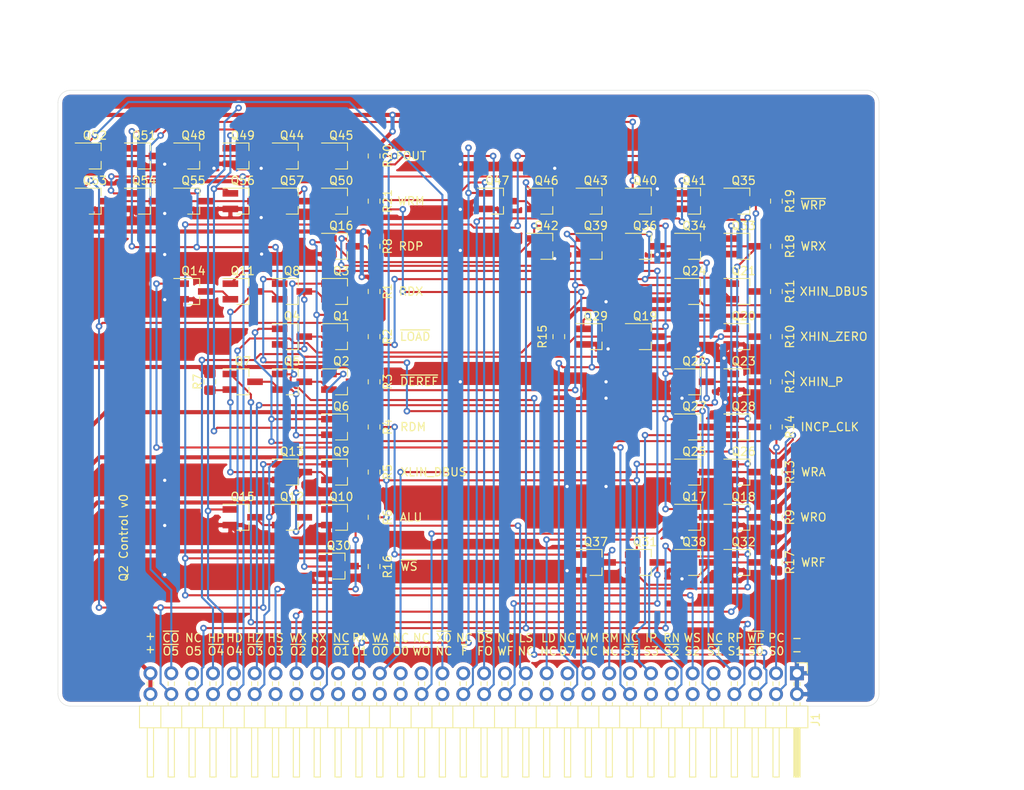
<source format=kicad_pcb>
(kicad_pcb (version 20171130) (host pcbnew "(5.1.6-0-10_14)")
  (layers (0 F.Cu signal) (31 B.Cu signal) (34 B.Paste user) (35 F.Paste user) (36 B.SilkS user) (37 F.SilkS user) (38 B.Mask user) (39 F.Mask user) (44 Edge.Cuts user))
  (net 0 "")
  (net 1 ~OP5)
  (net 2 OP5)
  (net 3 ~STATE_LOAD)
  (net 4 ~STATE_DEREF)
  (net 5 GND)
  (net 6 VCC)
  (net 7 WRO)
  (net 8 S0)
  (net 9 S1)
  (net 10 ~S0)
  (net 11 ~S1)
  (net 12 "Net-(Q11-Pad2)")
  (net 13 ~S2)
  (net 14 ~S3)
  (net 15 STATE_ALU)
  (net 16 WRA)
  (net 17 ~WS)
  (net 18 WS)
  (net 19 WRX)
  (net 20 XLIN_DBUS)
  (net 21 XHIN_ZERO)
  (net 22 XHIN_DBUS)
  (net 23 XHIN_P)
  (net 24 OP2)
  (net 25 OP4)
  (net 26 RDM)
  (net 27 WRM)
  (net 28 ~OP4)
  (net 29 "Net-(Q5-Pad2)")
  (net 30 FOUT)
  (net 31 WRF)
  (net 32 "Net-(Q1-Pad2)")
  (net 33 "Net-(Q2-Pad2)")
  (net 34 "Net-(Q3-Pad2)")
  (net 35 INCP_CLK)
  (net 36 RDP_ABUS)
  (net 37 RDA_DBUS)
  (net 38 ~DEP_SW)
  (net 39 "Net-(Q11-Pad3)")
  (net 40 "Net-(Q12-Pad3)")
  (net 41 ~ALU_COUT)
  (net 42 INCP_DB)
  (net 43 RDX_ABUS)
  (net 44 ~F)
  (net 45 ~WRP)
  (net 46 "Net-(Q21-Pad2)")
  (net 47 "Net-(Q40-Pad2)")
  (net 48 "Net-(Q48-Pad2)")
  (net 49 "Net-(Q50-Pad2)")
  (net 50 ~OP3)
  (net 51 ~X0)
  (net 52 "Net-(Q46-Pad2)")
  (net 53 DBUS7)
  (net 54 ~DBUS7)
  (net 55 "Net-(Q12-Pad2)")
  (net 56 "Net-(Q31-Pad2)")
  (net 57 "Net-(Q33-Pad2)")
  (net 58 "Net-(Q35-Pad2)")
  (net 59 "Net-(Q36-Pad2)")
  (net 60 "Net-(Q39-Pad2)")
  (net 61 "Net-(Q43-Pad2)")
  (net 62 "Net-(Q44-Pad2)")
  (module Package_TO_SOT_SMD:SOT-23_Handsoldering (layer F.Cu) (at 122.5 124)
    (fp_text reference Q15 (at 0 -2.5) (layer F.SilkS))
    (fp_text value 2N7002 hide)
    (pad 3 smd rect (at 1.5 0) (size 1.9 0.8) (layers F.Cu F.Paste F.Mask) (net 55 "Net-(Q12-Pad2)"))
    (pad 2 smd rect (at -1.5 0.95) (size 1.9 0.8) (layers F.Cu F.Paste F.Mask) (net 5 GND))
    (pad 1 smd rect (at -1.5 -0.95) (size 1.9 0.8) (layers F.Cu F.Paste F.Mask) (net 28 ~OP4))
  )
  (module Package_TO_SOT_SMD:SOT-23_Handsoldering (layer F.Cu) (at 128.5 124)
    (fp_text reference Q12 (at 0 -2.5) (layer F.SilkS))
    (fp_text value 2N7002 hide)
    (pad 3 smd rect (at 1.5 0) (size 1.9 0.8) (layers F.Cu F.Paste F.Mask) (net 40 "Net-(Q12-Pad3)"))
    (pad 2 smd rect (at -1.5 0.95) (size 1.9 0.8) (layers F.Cu F.Paste F.Mask) (net 55 "Net-(Q12-Pad2)"))
    (pad 1 smd rect (at -1.5 -0.95) (size 1.9 0.8) (layers F.Cu F.Paste F.Mask) (net 50 ~OP3))
  )
  (module Package_TO_SOT_SMD:SOT-23_Handsoldering (layer F.Cu) (at 104.5 80)
    (fp_text reference Q52 (at 0 -2.5) (layer F.SilkS))
    (fp_text value 2N7002 hide)
    (pad 3 smd rect (at 1.5 0) (size 1.9 0.8) (layers F.Cu F.Paste F.Mask) (net 48 "Net-(Q48-Pad2)"))
    (pad 2 smd rect (at -1.5 0.95) (size 1.9 0.8) (layers F.Cu F.Paste F.Mask) (net 5 GND))
    (pad 1 smd rect (at -1.5 -0.95) (size 1.9 0.8) (layers F.Cu F.Paste F.Mask) (net 51 ~X0))
  )
  (module Package_TO_SOT_SMD:SOT-23_Handsoldering (layer F.Cu) (at 110.5 80)
    (fp_text reference Q51 (at 0 -2.5) (layer F.SilkS))
    (fp_text value 2N7002 hide)
    (pad 3 smd rect (at 1.5 0) (size 1.9 0.8) (layers F.Cu F.Paste F.Mask) (net 48 "Net-(Q48-Pad2)"))
    (pad 2 smd rect (at -1.5 0.95) (size 1.9 0.8) (layers F.Cu F.Paste F.Mask) (net 5 GND))
    (pad 1 smd rect (at -1.5 -0.95) (size 1.9 0.8) (layers F.Cu F.Paste F.Mask) (net 50 ~OP3))
  )
  (module Resistor_SMD:R_0805_2012Metric_Pad1.15x1.40mm_HandSolder (layer F.Cu) (at 138.5 130 270)
    (fp_text reference R16 (at 0 -1.65 90) (layer F.SilkS))
    (fp_text value R hide)
    (pad 2 smd roundrect (at 1.025 0 270) (size 1.15 1.4) (layers F.Cu F.Paste F.Mask) (roundrect_rratio 0.217391) (net 17 ~WS))
    (pad 1 smd roundrect (at -1.025 0 270) (size 1.15 1.4) (layers F.Cu F.Paste F.Mask) (roundrect_rratio 0.217391) (net 6 VCC))
  )
  (module Resistor_SMD:R_0805_2012Metric_Pad1.15x1.40mm_HandSolder (layer F.Cu) (at 161 102 270)
    (fp_text reference R15 (at 0 2 90) (layer F.SilkS))
    (fp_text value R hide)
    (pad 2 smd roundrect (at 1.025 0 270) (size 1.15 1.4) (layers F.Cu F.Paste F.Mask) (roundrect_rratio 0.217391) (net 54 ~DBUS7))
    (pad 1 smd roundrect (at -1.025 0 270) (size 1.15 1.4) (layers F.Cu F.Paste F.Mask) (roundrect_rratio 0.217391) (net 6 VCC))
  )
  (module Resistor_SMD:R_0805_2012Metric_Pad1.15x1.40mm_HandSolder (layer F.Cu) (at 138.5 80 270)
    (fp_text reference R20 (at 0 -1.65 90) (layer F.SilkS))
    (fp_text value R hide)
    (pad 2 smd roundrect (at 1.025 0 270) (size 1.15 1.4) (layers F.Cu F.Paste F.Mask) (roundrect_rratio 0.217391) (net 30 FOUT))
    (pad 1 smd roundrect (at -1.025 0 270) (size 1.15 1.4) (layers F.Cu F.Paste F.Mask) (roundrect_rratio 0.217391) (net 6 VCC))
  )
  (module Resistor_SMD:R_0805_2012Metric_Pad1.15x1.40mm_HandSolder (layer F.Cu) (at 138.5 85.5 270)
    (fp_text reference R21 (at 0 -1.65 90) (layer F.SilkS))
    (fp_text value R hide)
    (pad 2 smd roundrect (at 1.025 0 270) (size 1.15 1.4) (layers F.Cu F.Paste F.Mask) (roundrect_rratio 0.217391) (net 27 WRM))
    (pad 1 smd roundrect (at -1.025 0 270) (size 1.15 1.4) (layers F.Cu F.Paste F.Mask) (roundrect_rratio 0.217391) (net 6 VCC))
  )
  (module Resistor_SMD:R_0805_2012Metric_Pad1.15x1.40mm_HandSolder (layer F.Cu) (at 187.5 85.5 270)
    (fp_text reference R19 (at 0 -1.65 90) (layer F.SilkS))
    (fp_text value R hide)
    (pad 2 smd roundrect (at 1.025 0 270) (size 1.15 1.4) (layers F.Cu F.Paste F.Mask) (roundrect_rratio 0.217391) (net 45 ~WRP))
    (pad 1 smd roundrect (at -1.025 0 270) (size 1.15 1.4) (layers F.Cu F.Paste F.Mask) (roundrect_rratio 0.217391) (net 6 VCC))
  )
  (module Resistor_SMD:R_0805_2012Metric_Pad1.15x1.40mm_HandSolder (layer F.Cu) (at 187.5 129.5 270)
    (fp_text reference R17 (at 0 -1.65 90) (layer F.SilkS))
    (fp_text value R hide)
    (pad 2 smd roundrect (at 1.025 0 270) (size 1.15 1.4) (layers F.Cu F.Paste F.Mask) (roundrect_rratio 0.217391) (net 31 WRF))
    (pad 1 smd roundrect (at -1.025 0 270) (size 1.15 1.4) (layers F.Cu F.Paste F.Mask) (roundrect_rratio 0.217391) (net 6 VCC))
  )
  (module Resistor_SMD:R_0805_2012Metric_Pad1.15x1.40mm_HandSolder (layer F.Cu) (at 187.5 91 270)
    (fp_text reference R18 (at 0 -1.65 90) (layer F.SilkS))
    (fp_text value R hide)
    (pad 2 smd roundrect (at 1.025 0 270) (size 1.15 1.4) (layers F.Cu F.Paste F.Mask) (roundrect_rratio 0.217391) (net 19 WRX))
    (pad 1 smd roundrect (at -1.025 0 270) (size 1.15 1.4) (layers F.Cu F.Paste F.Mask) (roundrect_rratio 0.217391) (net 6 VCC))
  )
  (module Resistor_SMD:R_0805_2012Metric_Pad1.15x1.40mm_HandSolder (layer F.Cu) (at 187.5 96.5 270)
    (fp_text reference R11 (at 0 -1.65 90) (layer F.SilkS))
    (fp_text value R hide)
    (pad 2 smd roundrect (at 1.025 0 270) (size 1.15 1.4) (layers F.Cu F.Paste F.Mask) (roundrect_rratio 0.217391) (net 22 XHIN_DBUS))
    (pad 1 smd roundrect (at -1.025 0 270) (size 1.15 1.4) (layers F.Cu F.Paste F.Mask) (roundrect_rratio 0.217391) (net 6 VCC))
  )
  (module Resistor_SMD:R_0805_2012Metric_Pad1.15x1.40mm_HandSolder (layer F.Cu) (at 187.5 118.5 270)
    (fp_text reference R13 (at 0 -1.65 90) (layer F.SilkS))
    (fp_text value R hide)
    (pad 2 smd roundrect (at 1.025 0 270) (size 1.15 1.4) (layers F.Cu F.Paste F.Mask) (roundrect_rratio 0.217391) (net 16 WRA))
    (pad 1 smd roundrect (at -1.025 0 270) (size 1.15 1.4) (layers F.Cu F.Paste F.Mask) (roundrect_rratio 0.217391) (net 6 VCC))
  )
  (module Resistor_SMD:R_0805_2012Metric_Pad1.15x1.40mm_HandSolder (layer F.Cu) (at 187.5 113 270)
    (fp_text reference R14 (at 0 -1.65 90) (layer F.SilkS))
    (fp_text value R hide)
    (pad 2 smd roundrect (at 1.025 0 270) (size 1.15 1.4) (layers F.Cu F.Paste F.Mask) (roundrect_rratio 0.217391) (net 35 INCP_CLK))
    (pad 1 smd roundrect (at -1.025 0 270) (size 1.15 1.4) (layers F.Cu F.Paste F.Mask) (roundrect_rratio 0.217391) (net 6 VCC))
  )
  (module Resistor_SMD:R_0805_2012Metric_Pad1.15x1.40mm_HandSolder (layer F.Cu) (at 187.5 107.5 270)
    (fp_text reference R12 (at 0 -1.65 90) (layer F.SilkS))
    (fp_text value R hide)
    (pad 2 smd roundrect (at 1.025 0 270) (size 1.15 1.4) (layers F.Cu F.Paste F.Mask) (roundrect_rratio 0.217391) (net 23 XHIN_P))
    (pad 1 smd roundrect (at -1.025 0 270) (size 1.15 1.4) (layers F.Cu F.Paste F.Mask) (roundrect_rratio 0.217391) (net 6 VCC))
  )
  (module Resistor_SMD:R_0805_2012Metric_Pad1.15x1.40mm_HandSolder (layer F.Cu) (at 187.5 102 270)
    (fp_text reference R10 (at 0 -1.65 90) (layer F.SilkS))
    (fp_text value R hide)
    (pad 2 smd roundrect (at 1.025 0 270) (size 1.15 1.4) (layers F.Cu F.Paste F.Mask) (roundrect_rratio 0.217391) (net 21 XHIN_ZERO))
    (pad 1 smd roundrect (at -1.025 0 270) (size 1.15 1.4) (layers F.Cu F.Paste F.Mask) (roundrect_rratio 0.217391) (net 6 VCC))
  )
  (module Resistor_SMD:R_0805_2012Metric_Pad1.15x1.40mm_HandSolder (layer F.Cu) (at 187.5 124 270)
    (fp_text reference R9 (at 0 -1.65 90) (layer F.SilkS))
    (fp_text value R hide)
    (pad 2 smd roundrect (at 1.025 0 270) (size 1.15 1.4) (layers F.Cu F.Paste F.Mask) (roundrect_rratio 0.217391) (net 7 WRO))
    (pad 1 smd roundrect (at -1.025 0 270) (size 1.15 1.4) (layers F.Cu F.Paste F.Mask) (roundrect_rratio 0.217391) (net 6 VCC))
  )
  (module Resistor_SMD:R_0805_2012Metric_Pad1.15x1.40mm_HandSolder (layer F.Cu) (at 138.5 91 270)
    (fp_text reference R8 (at 0 -1.65 90) (layer F.SilkS))
    (fp_text value R hide)
    (pad 2 smd roundrect (at 1.025 0 270) (size 1.15 1.4) (layers F.Cu F.Paste F.Mask) (roundrect_rratio 0.217391) (net 36 RDP_ABUS))
    (pad 1 smd roundrect (at -1.025 0 270) (size 1.15 1.4) (layers F.Cu F.Paste F.Mask) (roundrect_rratio 0.217391) (net 6 VCC))
  )
  (module Resistor_SMD:R_0805_2012Metric_Pad1.15x1.40mm_HandSolder (layer F.Cu) (at 138.5 118.5 270)
    (fp_text reference R5 (at 0 -1.65 90) (layer F.SilkS))
    (fp_text value R hide)
    (pad 2 smd roundrect (at 1.025 0 270) (size 1.15 1.4) (layers F.Cu F.Paste F.Mask) (roundrect_rratio 0.217391) (net 20 XLIN_DBUS))
    (pad 1 smd roundrect (at -1.025 0 270) (size 1.15 1.4) (layers F.Cu F.Paste F.Mask) (roundrect_rratio 0.217391) (net 6 VCC))
  )
  (module Resistor_SMD:R_0805_2012Metric_Pad1.15x1.40mm_HandSolder (layer F.Cu) (at 118.5 107.5 270)
    (fp_text reference R7 (at 0 1.5 90) (layer F.SilkS))
    (fp_text value R hide)
    (pad 2 smd roundrect (at 1.025 0 270) (size 1.15 1.4) (layers F.Cu F.Paste F.Mask) (roundrect_rratio 0.217391) (net 39 "Net-(Q11-Pad3)"))
    (pad 1 smd roundrect (at -1.025 0 270) (size 1.15 1.4) (layers F.Cu F.Paste F.Mask) (roundrect_rratio 0.217391) (net 6 VCC))
  )
  (module Resistor_SMD:R_0805_2012Metric_Pad1.15x1.40mm_HandSolder (layer F.Cu) (at 138.5 124 270)
    (fp_text reference R6 (at 0 -1.65 90) (layer F.SilkS))
    (fp_text value R hide)
    (pad 2 smd roundrect (at 1.025 0 270) (size 1.15 1.4) (layers F.Cu F.Paste F.Mask) (roundrect_rratio 0.217391) (net 15 STATE_ALU))
    (pad 1 smd roundrect (at -1.025 0 270) (size 1.15 1.4) (layers F.Cu F.Paste F.Mask) (roundrect_rratio 0.217391) (net 6 VCC))
  )
  (module Resistor_SMD:R_0805_2012Metric_Pad1.15x1.40mm_HandSolder (layer F.Cu) (at 138.5 113 270)
    (fp_text reference R4 (at 0 -1.65 90) (layer F.SilkS))
    (fp_text value R hide)
    (pad 2 smd roundrect (at 1.025 0 270) (size 1.15 1.4) (layers F.Cu F.Paste F.Mask) (roundrect_rratio 0.217391) (net 26 RDM))
    (pad 1 smd roundrect (at -1.025 0 270) (size 1.15 1.4) (layers F.Cu F.Paste F.Mask) (roundrect_rratio 0.217391) (net 6 VCC))
  )
  (module Resistor_SMD:R_0805_2012Metric_Pad1.15x1.40mm_HandSolder (layer F.Cu) (at 138.5 107.5 270)
    (fp_text reference R3 (at 0 -1.65 90) (layer F.SilkS))
    (fp_text value R hide)
    (pad 2 smd roundrect (at 1.025 0 270) (size 1.15 1.4) (layers F.Cu F.Paste F.Mask) (roundrect_rratio 0.217391) (net 4 ~STATE_DEREF))
    (pad 1 smd roundrect (at -1.025 0 270) (size 1.15 1.4) (layers F.Cu F.Paste F.Mask) (roundrect_rratio 0.217391) (net 6 VCC))
  )
  (module Resistor_SMD:R_0805_2012Metric_Pad1.15x1.40mm_HandSolder (layer F.Cu) (at 138.5 102 270)
    (fp_text reference R2 (at 0 -1.65 90) (layer F.SilkS))
    (fp_text value R hide)
    (pad 2 smd roundrect (at 1.025 0 270) (size 1.15 1.4) (layers F.Cu F.Paste F.Mask) (roundrect_rratio 0.217391) (net 3 ~STATE_LOAD))
    (pad 1 smd roundrect (at -1.025 0 270) (size 1.15 1.4) (layers F.Cu F.Paste F.Mask) (roundrect_rratio 0.217391) (net 6 VCC))
  )
  (module Resistor_SMD:R_0805_2012Metric_Pad1.15x1.40mm_HandSolder (layer F.Cu) (at 138.5 96.5 270)
    (fp_text reference R1 (at 0 -1.65 90) (layer F.SilkS))
    (fp_text value R hide)
    (pad 2 smd roundrect (at 1.025 0 270) (size 1.15 1.4) (layers F.Cu F.Paste F.Mask) (roundrect_rratio 0.217391) (net 43 RDX_ABUS))
    (pad 1 smd roundrect (at -1.025 0 270) (size 1.15 1.4) (layers F.Cu F.Paste F.Mask) (roundrect_rratio 0.217391) (net 6 VCC))
  )
  (module Package_TO_SOT_SMD:SOT-23_Handsoldering (layer F.Cu) (at 153.5 85.5)
    (fp_text reference Q47 (at 0 -2.5) (layer F.SilkS))
    (fp_text value 2N7002 hide)
    (pad 3 smd rect (at 1.5 0) (size 1.9 0.8) (layers F.Cu F.Paste F.Mask) (net 52 "Net-(Q46-Pad2)"))
    (pad 2 smd rect (at -1.5 0.95) (size 1.9 0.8) (layers F.Cu F.Paste F.Mask) (net 5 GND))
    (pad 1 smd rect (at -1.5 -0.95) (size 1.9 0.8) (layers F.Cu F.Paste F.Mask) (net 37 RDA_DBUS))
  )
  (module Package_TO_SOT_SMD:SOT-23_Handsoldering (layer F.Cu) (at 134.2 129.95)
    (fp_text reference Q30 (at 0 -2.5) (layer F.SilkS))
    (fp_text value 2N7002 hide)
    (pad 3 smd rect (at 1.5 0) (size 1.9 0.8) (layers F.Cu F.Paste F.Mask) (net 17 ~WS))
    (pad 2 smd rect (at -1.5 0.95) (size 1.9 0.8) (layers F.Cu F.Paste F.Mask) (net 5 GND))
    (pad 1 smd rect (at -1.5 -0.95) (size 1.9 0.8) (layers F.Cu F.Paste F.Mask) (net 18 WS))
  )
  (module Package_TO_SOT_SMD:SOT-23_Handsoldering (layer F.Cu) (at 165.5 102)
    (fp_text reference Q29 (at 0 -2.5) (layer F.SilkS))
    (fp_text value 2N7002 hide)
    (pad 3 smd rect (at 1.5 0) (size 1.9 0.8) (layers F.Cu F.Paste F.Mask) (net 54 ~DBUS7))
    (pad 2 smd rect (at -1.5 0.95) (size 1.9 0.8) (layers F.Cu F.Paste F.Mask) (net 5 GND))
    (pad 1 smd rect (at -1.5 -0.95) (size 1.9 0.8) (layers F.Cu F.Paste F.Mask) (net 53 DBUS7))
  )
  (module Package_TO_SOT_SMD:SOT-23_Handsoldering (layer F.Cu) (at 122.5 80)
    (fp_text reference Q49 (at 0 -2.5) (layer F.SilkS))
    (fp_text value 2N7002 hide)
    (pad 3 smd rect (at 1.5 0) (size 1.9 0.8) (layers F.Cu F.Paste F.Mask) (net 62 "Net-(Q44-Pad2)"))
    (pad 2 smd rect (at -1.5 0.95) (size 1.9 0.8) (layers F.Cu F.Paste F.Mask) (net 5 GND))
    (pad 1 smd rect (at -1.5 -0.95) (size 1.9 0.8) (layers F.Cu F.Paste F.Mask) (net 26 RDM))
  )
  (module Package_TO_SOT_SMD:SOT-23_Handsoldering (layer F.Cu) (at 134.5 80)
    (fp_text reference Q45 (at 0 -2.5) (layer F.SilkS))
    (fp_text value 2N7002 hide)
    (pad 3 smd rect (at 1.5 0) (size 1.9 0.8) (layers F.Cu F.Paste F.Mask) (net 30 FOUT))
    (pad 2 smd rect (at -1.5 0.95) (size 1.9 0.8) (layers F.Cu F.Paste F.Mask) (net 62 "Net-(Q44-Pad2)"))
    (pad 1 smd rect (at -1.5 -0.95) (size 1.9 0.8) (layers F.Cu F.Paste F.Mask) (net 20 XLIN_DBUS))
  )
  (module Package_TO_SOT_SMD:SOT-23_Handsoldering (layer F.Cu) (at 116.5 80)
    (fp_text reference Q48 (at 0 -2.5) (layer F.SilkS))
    (fp_text value 2N7002 hide)
    (pad 3 smd rect (at 1.5 0) (size 1.9 0.8) (layers F.Cu F.Paste F.Mask) (net 62 "Net-(Q44-Pad2)"))
    (pad 2 smd rect (at -1.5 0.95) (size 1.9 0.8) (layers F.Cu F.Paste F.Mask) (net 48 "Net-(Q48-Pad2)"))
    (pad 1 smd rect (at -1.5 -0.95) (size 1.9 0.8) (layers F.Cu F.Paste F.Mask) (net 25 OP4))
  )
  (module Package_TO_SOT_SMD:SOT-23_Handsoldering (layer F.Cu) (at 128.5 80)
    (fp_text reference Q44 (at 0 -2.5) (layer F.SilkS))
    (fp_text value 2N7002 hide)
    (pad 3 smd rect (at 1.5 0) (size 1.9 0.8) (layers F.Cu F.Paste F.Mask) (net 30 FOUT))
    (pad 2 smd rect (at -1.5 0.95) (size 1.9 0.8) (layers F.Cu F.Paste F.Mask) (net 62 "Net-(Q44-Pad2)"))
    (pad 1 smd rect (at -1.5 -0.95) (size 1.9 0.8) (layers F.Cu F.Paste F.Mask) (net 41 ~ALU_COUT))
  )
  (module Package_TO_SOT_SMD:SOT-23_Handsoldering (layer F.Cu) (at 128.5 85.5)
    (fp_text reference Q57 (at 0 -2.5) (layer F.SilkS))
    (fp_text value 2N7002 hide)
    (pad 3 smd rect (at 1.5 0) (size 1.9 0.8) (layers F.Cu F.Paste F.Mask) (net 49 "Net-(Q50-Pad2)"))
    (pad 2 smd rect (at -1.5 0.95) (size 1.9 0.8) (layers F.Cu F.Paste F.Mask) (net 5 GND))
    (pad 1 smd rect (at -1.5 -0.95) (size 1.9 0.8) (layers F.Cu F.Paste F.Mask) (net 17 ~WS))
  )
  (module Package_TO_SOT_SMD:SOT-23_Handsoldering (layer F.Cu) (at 122.5 85.5)
    (fp_text reference Q56 (at 0 -2.5) (layer F.SilkS))
    (fp_text value 2N7002 hide)
    (pad 3 smd rect (at 1.5 0) (size 1.9 0.8) (layers F.Cu F.Paste F.Mask) (net 49 "Net-(Q50-Pad2)"))
    (pad 2 smd rect (at -1.5 0.95) (size 1.9 0.8) (layers F.Cu F.Paste F.Mask) (net 5 GND))
    (pad 1 smd rect (at -1.5 -0.95) (size 1.9 0.8) (layers F.Cu F.Paste F.Mask) (net 26 RDM))
  )
  (module Package_TO_SOT_SMD:SOT-23_Handsoldering (layer F.Cu) (at 116.5 85.5)
    (fp_text reference Q55 (at 0 -2.5) (layer F.SilkS))
    (fp_text value 2N7002 hide)
    (pad 3 smd rect (at 1.5 0) (size 1.9 0.8) (layers F.Cu F.Paste F.Mask) (net 49 "Net-(Q50-Pad2)"))
    (pad 2 smd rect (at -1.5 0.95) (size 1.9 0.8) (layers F.Cu F.Paste F.Mask) (net 5 GND))
    (pad 1 smd rect (at -1.5 -0.95) (size 1.9 0.8) (layers F.Cu F.Paste F.Mask) (net 50 ~OP3))
  )
  (module Package_TO_SOT_SMD:SOT-23_Handsoldering (layer F.Cu) (at 110.5 85.5)
    (fp_text reference Q54 (at 0 -2.5) (layer F.SilkS))
    (fp_text value 2N7002 hide)
    (pad 3 smd rect (at 1.5 0) (size 1.9 0.8) (layers F.Cu F.Paste F.Mask) (net 49 "Net-(Q50-Pad2)"))
    (pad 2 smd rect (at -1.5 0.95) (size 1.9 0.8) (layers F.Cu F.Paste F.Mask) (net 5 GND))
    (pad 1 smd rect (at -1.5 -0.95) (size 1.9 0.8) (layers F.Cu F.Paste F.Mask) (net 25 OP4))
  )
  (module Package_TO_SOT_SMD:SOT-23_Handsoldering (layer F.Cu) (at 104.5 85.5)
    (fp_text reference Q53 (at 0 -2.5) (layer F.SilkS))
    (fp_text value 2N7002 hide)
    (pad 3 smd rect (at 1.5 0) (size 1.9 0.8) (layers F.Cu F.Paste F.Mask) (net 49 "Net-(Q50-Pad2)"))
    (pad 2 smd rect (at -1.5 0.95) (size 1.9 0.8) (layers F.Cu F.Paste F.Mask) (net 5 GND))
    (pad 1 smd rect (at -1.5 -0.95) (size 1.9 0.8) (layers F.Cu F.Paste F.Mask) (net 1 ~OP5))
  )
  (module Package_TO_SOT_SMD:SOT-23_Handsoldering (layer F.Cu) (at 134.5 85.5)
    (fp_text reference Q50 (at 0 -2.5) (layer F.SilkS))
    (fp_text value 2N7002 hide)
    (pad 3 smd rect (at 1.5 0) (size 1.9 0.8) (layers F.Cu F.Paste F.Mask) (net 27 WRM))
    (pad 2 smd rect (at -1.5 0.95) (size 1.9 0.8) (layers F.Cu F.Paste F.Mask) (net 49 "Net-(Q50-Pad2)"))
    (pad 1 smd rect (at -1.5 -0.95) (size 1.9 0.8) (layers F.Cu F.Paste F.Mask) (net 38 ~DEP_SW))
  )
  (module Package_TO_SOT_SMD:SOT-23_Handsoldering (layer F.Cu) (at 183.5 91)
    (fp_text reference Q33 (at 0 -2.5) (layer F.SilkS))
    (fp_text value 2N7002 hide)
    (pad 3 smd rect (at 1.5 0) (size 1.9 0.8) (layers F.Cu F.Paste F.Mask) (net 19 WRX))
    (pad 2 smd rect (at -1.5 0.95) (size 1.9 0.8) (layers F.Cu F.Paste F.Mask) (net 57 "Net-(Q33-Pad2)"))
    (pad 1 smd rect (at -1.5 -0.95) (size 1.9 0.8) (layers F.Cu F.Paste F.Mask) (net 20 XLIN_DBUS))
  )
  (module Package_TO_SOT_SMD:SOT-23_Handsoldering (layer F.Cu) (at 177.5 85.5)
    (fp_text reference Q41 (at 0 -2.5) (layer F.SilkS))
    (fp_text value 2N7002 hide)
    (pad 3 smd rect (at 1.5 0) (size 1.9 0.8) (layers F.Cu F.Paste F.Mask) (net 58 "Net-(Q35-Pad2)"))
    (pad 2 smd rect (at -1.5 0.95) (size 1.9 0.8) (layers F.Cu F.Paste F.Mask) (net 47 "Net-(Q40-Pad2)"))
    (pad 1 smd rect (at -1.5 -0.95) (size 1.9 0.8) (layers F.Cu F.Paste F.Mask) (net 44 ~F))
  )
  (module Package_TO_SOT_SMD:SOT-23_Handsoldering (layer F.Cu) (at 177.5 129.5)
    (fp_text reference Q38 (at 0 -2.5) (layer F.SilkS))
    (fp_text value 2N7002 hide)
    (pad 3 smd rect (at 1.5 0) (size 1.9 0.8) (layers F.Cu F.Paste F.Mask) (net 56 "Net-(Q31-Pad2)"))
    (pad 2 smd rect (at -1.5 0.95) (size 1.9 0.8) (layers F.Cu F.Paste F.Mask) (net 5 GND))
    (pad 1 smd rect (at -1.5 -0.95) (size 1.9 0.8) (layers F.Cu F.Paste F.Mask) (net 2 OP5))
  )
  (module Package_TO_SOT_SMD:SOT-23_Handsoldering (layer F.Cu) (at 165.5 129.5)
    (fp_text reference Q37 (at 0 -2.5) (layer F.SilkS))
    (fp_text value 2N7002 hide)
    (pad 3 smd rect (at 1.5 0) (size 1.9 0.8) (layers F.Cu F.Paste F.Mask) (net 56 "Net-(Q31-Pad2)"))
    (pad 2 smd rect (at -1.5 0.95) (size 1.9 0.8) (layers F.Cu F.Paste F.Mask) (net 5 GND))
    (pad 1 smd rect (at -1.5 -0.95) (size 1.9 0.8) (layers F.Cu F.Paste F.Mask) (net 26 RDM))
  )
  (module Package_TO_SOT_SMD:SOT-23_Handsoldering (layer F.Cu) (at 165.5 91)
    (fp_text reference Q39 (at 0 -2.5) (layer F.SilkS))
    (fp_text value 2N7002 hide)
    (pad 3 smd rect (at 1.5 0) (size 1.9 0.8) (layers F.Cu F.Paste F.Mask) (net 59 "Net-(Q36-Pad2)"))
    (pad 2 smd rect (at -1.5 0.95) (size 1.9 0.8) (layers F.Cu F.Paste F.Mask) (net 60 "Net-(Q39-Pad2)"))
    (pad 1 smd rect (at -1.5 -0.95) (size 1.9 0.8) (layers F.Cu F.Paste F.Mask) (net 4 ~STATE_DEREF))
  )
  (module Package_TO_SOT_SMD:SOT-23_Handsoldering (layer F.Cu) (at 183.5 85.5)
    (fp_text reference Q35 (at 0 -2.5) (layer F.SilkS))
    (fp_text value 2N7002 hide)
    (pad 3 smd rect (at 1.5 0) (size 1.9 0.8) (layers F.Cu F.Paste F.Mask) (net 45 ~WRP))
    (pad 2 smd rect (at -1.5 0.95) (size 1.9 0.8) (layers F.Cu F.Paste F.Mask) (net 58 "Net-(Q35-Pad2)"))
    (pad 1 smd rect (at -1.5 -0.95) (size 1.9 0.8) (layers F.Cu F.Paste F.Mask) (net 18 WS))
  )
  (module Package_TO_SOT_SMD:SOT-23_Handsoldering (layer F.Cu) (at 171.5 85.5)
    (fp_text reference Q40 (at 0 -2.5) (layer F.SilkS))
    (fp_text value 2N7002 hide)
    (pad 3 smd rect (at 1.5 0) (size 1.9 0.8) (layers F.Cu F.Paste F.Mask) (net 58 "Net-(Q35-Pad2)"))
    (pad 2 smd rect (at -1.5 0.95) (size 1.9 0.8) (layers F.Cu F.Paste F.Mask) (net 47 "Net-(Q40-Pad2)"))
    (pad 1 smd rect (at -1.5 -0.95) (size 1.9 0.8) (layers F.Cu F.Paste F.Mask) (net 50 ~OP3))
  )
  (module Package_TO_SOT_SMD:SOT-23_Handsoldering (layer F.Cu) (at 165.5 85.5)
    (fp_text reference Q43 (at 0 -2.5) (layer F.SilkS))
    (fp_text value 2N7002 hide)
    (pad 3 smd rect (at 1.5 0) (size 1.9 0.8) (layers F.Cu F.Paste F.Mask) (net 47 "Net-(Q40-Pad2)"))
    (pad 2 smd rect (at -1.5 0.95) (size 1.9 0.8) (layers F.Cu F.Paste F.Mask) (net 61 "Net-(Q43-Pad2)"))
    (pad 1 smd rect (at -1.5 -0.95) (size 1.9 0.8) (layers F.Cu F.Paste F.Mask) (net 25 OP4))
  )
  (module Package_TO_SOT_SMD:SOT-23_Handsoldering (layer F.Cu) (at 159.5 85.5)
    (fp_text reference Q46 (at 0 -2.5) (layer F.SilkS))
    (fp_text value 2N7002 hide)
    (pad 3 smd rect (at 1.5 0) (size 1.9 0.8) (layers F.Cu F.Paste F.Mask) (net 61 "Net-(Q43-Pad2)"))
    (pad 2 smd rect (at -1.5 0.95) (size 1.9 0.8) (layers F.Cu F.Paste F.Mask) (net 52 "Net-(Q46-Pad2)"))
    (pad 1 smd rect (at -1.5 -0.95) (size 1.9 0.8) (layers F.Cu F.Paste F.Mask) (net 2 OP5))
  )
  (module Package_TO_SOT_SMD:SOT-23_Handsoldering (layer F.Cu) (at 171.5 91)
    (fp_text reference Q36 (at 0 -2.5) (layer F.SilkS))
    (fp_text value 2N7002 hide)
    (pad 3 smd rect (at 1.5 0) (size 1.9 0.8) (layers F.Cu F.Paste F.Mask) (net 57 "Net-(Q33-Pad2)"))
    (pad 2 smd rect (at -1.5 0.95) (size 1.9 0.8) (layers F.Cu F.Paste F.Mask) (net 59 "Net-(Q36-Pad2)"))
    (pad 1 smd rect (at -1.5 -0.95) (size 1.9 0.8) (layers F.Cu F.Paste F.Mask) (net 3 ~STATE_LOAD))
  )
  (module Package_TO_SOT_SMD:SOT-23_Handsoldering (layer F.Cu) (at 183.5 129.5)
    (fp_text reference Q32 (at 0 -2.5) (layer F.SilkS))
    (fp_text value 2N7002 hide)
    (pad 3 smd rect (at 1.5 0) (size 1.9 0.8) (layers F.Cu F.Paste F.Mask) (net 31 WRF))
    (pad 2 smd rect (at -1.5 0.95) (size 1.9 0.8) (layers F.Cu F.Paste F.Mask) (net 5 GND))
    (pad 1 smd rect (at -1.5 -0.95) (size 1.9 0.8) (layers F.Cu F.Paste F.Mask) (net 17 ~WS))
  )
  (module Package_TO_SOT_SMD:SOT-23_Handsoldering (layer F.Cu) (at 171.5 129.5)
    (fp_text reference Q31 (at 0 -2.5) (layer F.SilkS))
    (fp_text value 2N7002 hide)
    (pad 3 smd rect (at 1.5 0) (size 1.9 0.8) (layers F.Cu F.Paste F.Mask) (net 31 WRF))
    (pad 2 smd rect (at -1.5 0.95) (size 1.9 0.8) (layers F.Cu F.Paste F.Mask) (net 56 "Net-(Q31-Pad2)"))
    (pad 1 smd rect (at -1.5 -0.95) (size 1.9 0.8) (layers F.Cu F.Paste F.Mask) (net 20 XLIN_DBUS))
  )
  (module Package_TO_SOT_SMD:SOT-23_Handsoldering (layer F.Cu) (at 177.5 91)
    (fp_text reference Q34 (at 0 -2.5) (layer F.SilkS))
    (fp_text value 2N7002 hide)
    (pad 3 smd rect (at 1.5 0) (size 1.9 0.8) (layers F.Cu F.Paste F.Mask) (net 19 WRX))
    (pad 2 smd rect (at -1.5 0.95) (size 1.9 0.8) (layers F.Cu F.Paste F.Mask) (net 5 GND))
    (pad 1 smd rect (at -1.5 -0.95) (size 1.9 0.8) (layers F.Cu F.Paste F.Mask) (net 17 ~WS))
  )
  (module Package_TO_SOT_SMD:SOT-23_Handsoldering (layer F.Cu) (at 159.5 91)
    (fp_text reference Q42 (at 0 -2.5) (layer F.SilkS))
    (fp_text value 2N7002 hide)
    (pad 3 smd rect (at 1.5 0) (size 1.9 0.8) (layers F.Cu F.Paste F.Mask) (net 60 "Net-(Q39-Pad2)"))
    (pad 2 smd rect (at -1.5 0.95) (size 1.9 0.8) (layers F.Cu F.Paste F.Mask) (net 5 GND))
    (pad 1 smd rect (at -1.5 -0.95) (size 1.9 0.8) (layers F.Cu F.Paste F.Mask) (net 43 RDX_ABUS))
  )
  (module Package_TO_SOT_SMD:SOT-23_Handsoldering (layer F.Cu) (at 177.5 96.5)
    (fp_text reference Q24 (at 0 -2.5) (layer F.SilkS))
    (fp_text value 2N7002 hide)
    (pad 3 smd rect (at 1.5 0) (size 1.9 0.8) (layers F.Cu F.Paste F.Mask) (net 46 "Net-(Q21-Pad2)"))
    (pad 2 smd rect (at -1.5 0.95) (size 1.9 0.8) (layers F.Cu F.Paste F.Mask) (net 5 GND))
    (pad 1 smd rect (at -1.5 -0.95) (size 1.9 0.8) (layers F.Cu F.Paste F.Mask) (net 4 ~STATE_DEREF))
  )
  (module Package_TO_SOT_SMD:SOT-23_Handsoldering (layer F.Cu) (at 183.5 96.5)
    (fp_text reference Q21 (at 0 -2.5) (layer F.SilkS))
    (fp_text value 2N7002 hide)
    (pad 3 smd rect (at 1.5 0) (size 1.9 0.8) (layers F.Cu F.Paste F.Mask) (net 22 XHIN_DBUS))
    (pad 2 smd rect (at -1.5 0.95) (size 1.9 0.8) (layers F.Cu F.Paste F.Mask) (net 46 "Net-(Q21-Pad2)"))
    (pad 1 smd rect (at -1.5 -0.95) (size 1.9 0.8) (layers F.Cu F.Paste F.Mask) (net 3 ~STATE_LOAD))
  )
  (module Package_TO_SOT_SMD:SOT-23_Handsoldering (layer F.Cu) (at 183.5 118.5)
    (fp_text reference Q26 (at 0 -2.5) (layer F.SilkS))
    (fp_text value 2N7002 hide)
    (pad 3 smd rect (at 1.5 0) (size 1.9 0.8) (layers F.Cu F.Paste F.Mask) (net 16 WRA))
    (pad 2 smd rect (at -1.5 0.95) (size 1.9 0.8) (layers F.Cu F.Paste F.Mask) (net 5 GND))
    (pad 1 smd rect (at -1.5 -0.95) (size 1.9 0.8) (layers F.Cu F.Paste F.Mask) (net 17 ~WS))
  )
  (module Package_TO_SOT_SMD:SOT-23_Handsoldering (layer F.Cu) (at 177.5 118.5)
    (fp_text reference Q25 (at 0 -2.5) (layer F.SilkS))
    (fp_text value 2N7002 hide)
    (pad 3 smd rect (at 1.5 0) (size 1.9 0.8) (layers F.Cu F.Paste F.Mask) (net 16 WRA))
    (pad 2 smd rect (at -1.5 0.95) (size 1.9 0.8) (layers F.Cu F.Paste F.Mask) (net 5 GND))
    (pad 1 smd rect (at -1.5 -0.95) (size 1.9 0.8) (layers F.Cu F.Paste F.Mask) (net 20 XLIN_DBUS))
  )
  (module Package_TO_SOT_SMD:SOT-23_Handsoldering (layer F.Cu) (at 183.5 113)
    (fp_text reference Q28 (at 0 -2.5) (layer F.SilkS))
    (fp_text value 2N7002 hide)
    (pad 3 smd rect (at 1.5 0) (size 1.9 0.8) (layers F.Cu F.Paste F.Mask) (net 35 INCP_CLK))
    (pad 2 smd rect (at -1.5 0.95) (size 1.9 0.8) (layers F.Cu F.Paste F.Mask) (net 42 INCP_DB))
    (pad 1 smd rect (at -1.5 -0.95) (size 1.9 0.8) (layers F.Cu F.Paste F.Mask) (net 17 ~WS))
  )
  (module Package_TO_SOT_SMD:SOT-23_Handsoldering (layer F.Cu) (at 177.5 113)
    (fp_text reference Q27 (at 0 -2.5) (layer F.SilkS))
    (fp_text value 2N7002 hide)
    (pad 3 smd rect (at 1.5 0) (size 1.9 0.8) (layers F.Cu F.Paste F.Mask) (net 35 INCP_CLK))
    (pad 2 smd rect (at -1.5 0.95) (size 1.9 0.8) (layers F.Cu F.Paste F.Mask) (net 42 INCP_DB))
    (pad 1 smd rect (at -1.5 -0.95) (size 1.9 0.8) (layers F.Cu F.Paste F.Mask) (net 43 RDX_ABUS))
  )
  (module Package_TO_SOT_SMD:SOT-23_Handsoldering (layer F.Cu) (at 183.5 107.5)
    (fp_text reference Q23 (at 0 -2.5) (layer F.SilkS))
    (fp_text value 2N7002 hide)
    (pad 3 smd rect (at 1.5 0) (size 1.9 0.8) (layers F.Cu F.Paste F.Mask) (net 23 XHIN_P))
    (pad 2 smd rect (at -1.5 0.95) (size 1.9 0.8) (layers F.Cu F.Paste F.Mask) (net 5 GND))
    (pad 1 smd rect (at -1.5 -0.95) (size 1.9 0.8) (layers F.Cu F.Paste F.Mask) (net 53 DBUS7))
  )
  (module Package_TO_SOT_SMD:SOT-23_Handsoldering (layer F.Cu) (at 177.5 107.5)
    (fp_text reference Q22 (at 0 -2.5) (layer F.SilkS))
    (fp_text value 2N7002 hide)
    (pad 3 smd rect (at 1.5 0) (size 1.9 0.8) (layers F.Cu F.Paste F.Mask) (net 23 XHIN_P))
    (pad 2 smd rect (at -1.5 0.95) (size 1.9 0.8) (layers F.Cu F.Paste F.Mask) (net 5 GND))
    (pad 1 smd rect (at -1.5 -0.95) (size 1.9 0.8) (layers F.Cu F.Paste F.Mask) (net 43 RDX_ABUS))
  )
  (module Package_TO_SOT_SMD:SOT-23_Handsoldering (layer F.Cu) (at 183.5 102)
    (fp_text reference Q20 (at 0 -2.5) (layer F.SilkS))
    (fp_text value 2N7002 hide)
    (pad 3 smd rect (at 1.5 0) (size 1.9 0.8) (layers F.Cu F.Paste F.Mask) (net 21 XHIN_ZERO))
    (pad 2 smd rect (at -1.5 0.95) (size 1.9 0.8) (layers F.Cu F.Paste F.Mask) (net 5 GND))
    (pad 1 smd rect (at -1.5 -0.95) (size 1.9 0.8) (layers F.Cu F.Paste F.Mask) (net 54 ~DBUS7))
  )
  (module Package_TO_SOT_SMD:SOT-23_Handsoldering (layer F.Cu) (at 171.5 102)
    (fp_text reference Q19 (at 0 -2.5) (layer F.SilkS))
    (fp_text value 2N7002 hide)
    (pad 3 smd rect (at 1.5 0) (size 1.9 0.8) (layers F.Cu F.Paste F.Mask) (net 21 XHIN_ZERO))
    (pad 2 smd rect (at -1.5 0.95) (size 1.9 0.8) (layers F.Cu F.Paste F.Mask) (net 5 GND))
    (pad 1 smd rect (at -1.5 -0.95) (size 1.9 0.8) (layers F.Cu F.Paste F.Mask) (net 43 RDX_ABUS))
  )
  (module Package_TO_SOT_SMD:SOT-23_Handsoldering (layer F.Cu) (at 183.5 124)
    (fp_text reference Q18 (at 0 -2.5) (layer F.SilkS))
    (fp_text value 2N7002 hide)
    (pad 3 smd rect (at 1.5 0) (size 1.9 0.8) (layers F.Cu F.Paste F.Mask) (net 7 WRO))
    (pad 2 smd rect (at -1.5 0.95) (size 1.9 0.8) (layers F.Cu F.Paste F.Mask) (net 5 GND))
    (pad 1 smd rect (at -1.5 -0.95) (size 1.9 0.8) (layers F.Cu F.Paste F.Mask) (net 17 ~WS))
  )
  (module Package_TO_SOT_SMD:SOT-23_Handsoldering (layer F.Cu) (at 177.5 124)
    (fp_text reference Q17 (at 0 -2.5) (layer F.SilkS))
    (fp_text value 2N7002 hide)
    (pad 3 smd rect (at 1.5 0) (size 1.9 0.8) (layers F.Cu F.Paste F.Mask) (net 7 WRO))
    (pad 2 smd rect (at -1.5 0.95) (size 1.9 0.8) (layers F.Cu F.Paste F.Mask) (net 5 GND))
    (pad 1 smd rect (at -1.5 -0.95) (size 1.9 0.8) (layers F.Cu F.Paste F.Mask) (net 43 RDX_ABUS))
  )
  (module Package_TO_SOT_SMD:SOT-23_Handsoldering (layer F.Cu) (at 134.5 91)
    (fp_text reference Q16 (at 0 -2.5) (layer F.SilkS))
    (fp_text value 2N7002 hide)
    (pad 3 smd rect (at 1.5 0) (size 1.9 0.8) (layers F.Cu F.Paste F.Mask) (net 36 RDP_ABUS))
    (pad 2 smd rect (at -1.5 0.95) (size 1.9 0.8) (layers F.Cu F.Paste F.Mask) (net 5 GND))
    (pad 1 smd rect (at -1.5 -0.95) (size 1.9 0.8) (layers F.Cu F.Paste F.Mask) (net 43 RDX_ABUS))
  )
  (module Package_TO_SOT_SMD:SOT-23_Handsoldering (layer F.Cu) (at 134.5 118.5)
    (fp_text reference Q9 (at 0 -2.5) (layer F.SilkS))
    (fp_text value 2N7002 hide)
    (pad 3 smd rect (at 1.5 0) (size 1.9 0.8) (layers F.Cu F.Paste F.Mask) (net 20 XLIN_DBUS))
    (pad 2 smd rect (at -1.5 0.95) (size 1.9 0.8) (layers F.Cu F.Paste F.Mask) (net 40 "Net-(Q12-Pad3)"))
    (pad 1 smd rect (at -1.5 -0.95) (size 1.9 0.8) (layers F.Cu F.Paste F.Mask) (net 39 "Net-(Q11-Pad3)"))
  )
  (module Package_TO_SOT_SMD:SOT-23_Handsoldering (layer F.Cu) (at 134.5 124)
    (fp_text reference Q10 (at 0 -2.5) (layer F.SilkS))
    (fp_text value 2N7002 hide)
    (pad 3 smd rect (at 1.5 0) (size 1.9 0.8) (layers F.Cu F.Paste F.Mask) (net 15 STATE_ALU))
    (pad 2 smd rect (at -1.5 0.95) (size 1.9 0.8) (layers F.Cu F.Paste F.Mask) (net 5 GND))
    (pad 1 smd rect (at -1.5 -0.95) (size 1.9 0.8) (layers F.Cu F.Paste F.Mask) (net 20 XLIN_DBUS))
  )
  (module Package_TO_SOT_SMD:SOT-23_Handsoldering (layer F.Cu) (at 128.5 118.5)
    (fp_text reference Q13 (at 0 -2.5) (layer F.SilkS))
    (fp_text value 2N7002 hide)
    (pad 3 smd rect (at 1.5 0) (size 1.9 0.8) (layers F.Cu F.Paste F.Mask) (net 40 "Net-(Q12-Pad3)"))
    (pad 2 smd rect (at -1.5 0.95) (size 1.9 0.8) (layers F.Cu F.Paste F.Mask) (net 5 GND))
    (pad 1 smd rect (at -1.5 -0.95) (size 1.9 0.8) (layers F.Cu F.Paste F.Mask) (net 1 ~OP5))
  )
  (module Package_TO_SOT_SMD:SOT-23_Handsoldering (layer F.Cu) (at 116.5 96.5)
    (fp_text reference Q14 (at 0 -2.5) (layer F.SilkS))
    (fp_text value 2N7002 hide)
    (pad 3 smd rect (at 1.5 0) (size 1.9 0.8) (layers F.Cu F.Paste F.Mask) (net 12 "Net-(Q11-Pad2)"))
    (pad 2 smd rect (at -1.5 0.95) (size 1.9 0.8) (layers F.Cu F.Paste F.Mask) (net 5 GND))
    (pad 1 smd rect (at -1.5 -0.95) (size 1.9 0.8) (layers F.Cu F.Paste F.Mask) (net 14 ~S3))
  )
  (module Package_TO_SOT_SMD:SOT-23_Handsoldering (layer F.Cu) (at 122.5 96.5)
    (fp_text reference Q11 (at 0 -2.5) (layer F.SilkS))
    (fp_text value 2N7002 hide)
    (pad 3 smd rect (at 1.5 0) (size 1.9 0.8) (layers F.Cu F.Paste F.Mask) (net 39 "Net-(Q11-Pad3)"))
    (pad 2 smd rect (at -1.5 0.95) (size 1.9 0.8) (layers F.Cu F.Paste F.Mask) (net 12 "Net-(Q11-Pad2)"))
    (pad 1 smd rect (at -1.5 -0.95) (size 1.9 0.8) (layers F.Cu F.Paste F.Mask) (net 13 ~S2))
  )
  (module Package_TO_SOT_SMD:SOT-23_Handsoldering (layer F.Cu) (at 128.5 96.5)
    (fp_text reference Q8 (at 0 -2.5) (layer F.SilkS))
    (fp_text value 2N7002 hide)
    (pad 3 smd rect (at 1.5 0) (size 1.9 0.8) (layers F.Cu F.Paste F.Mask) (net 34 "Net-(Q3-Pad2)"))
    (pad 2 smd rect (at -1.5 0.95) (size 1.9 0.8) (layers F.Cu F.Paste F.Mask) (net 39 "Net-(Q11-Pad3)"))
    (pad 1 smd rect (at -1.5 -0.95) (size 1.9 0.8) (layers F.Cu F.Paste F.Mask) (net 11 ~S1))
  )
  (module Package_TO_SOT_SMD:SOT-23_Handsoldering (layer F.Cu) (at 122.5 107.5)
    (fp_text reference Q7 (at 0 -2.5) (layer F.SilkS))
    (fp_text value 2N7002 hide)
    (pad 3 smd rect (at 1.5 0) (size 1.9 0.8) (layers F.Cu F.Paste F.Mask) (net 29 "Net-(Q5-Pad2)"))
    (pad 2 smd rect (at -1.5 0.95) (size 1.9 0.8) (layers F.Cu F.Paste F.Mask) (net 39 "Net-(Q11-Pad3)"))
    (pad 1 smd rect (at -1.5 -0.95) (size 1.9 0.8) (layers F.Cu F.Paste F.Mask) (net 9 S1))
  )
  (module Package_TO_SOT_SMD:SOT-23_Handsoldering (layer F.Cu) (at 134.5 113)
    (fp_text reference Q6 (at 0 -2.5) (layer F.SilkS))
    (fp_text value 2N7002 hide)
    (pad 3 smd rect (at 1.5 0) (size 1.9 0.8) (layers F.Cu F.Paste F.Mask) (net 26 RDM))
    (pad 2 smd rect (at -1.5 0.95) (size 1.9 0.8) (layers F.Cu F.Paste F.Mask) (net 29 "Net-(Q5-Pad2)"))
    (pad 1 smd rect (at -1.5 -0.95) (size 1.9 0.8) (layers F.Cu F.Paste F.Mask) (net 8 S0))
  )
  (module Package_TO_SOT_SMD:SOT-23_Handsoldering (layer F.Cu) (at 128.5 107.5)
    (fp_text reference Q5 (at 0 -2.5) (layer F.SilkS))
    (fp_text value 2N7002 hide)
    (pad 3 smd rect (at 1.5 0) (size 1.9 0.8) (layers F.Cu F.Paste F.Mask) (net 33 "Net-(Q2-Pad2)"))
    (pad 2 smd rect (at -1.5 0.95) (size 1.9 0.8) (layers F.Cu F.Paste F.Mask) (net 29 "Net-(Q5-Pad2)"))
    (pad 1 smd rect (at -1.5 -0.95) (size 1.9 0.8) (layers F.Cu F.Paste F.Mask) (net 10 ~S0))
  )
  (module Package_TO_SOT_SMD:SOT-23_Handsoldering (layer F.Cu) (at 128.5 102)
    (fp_text reference Q4 (at 0 -2.5) (layer F.SilkS))
    (fp_text value 2N7002 hide)
    (pad 3 smd rect (at 1.5 0) (size 1.9 0.8) (layers F.Cu F.Paste F.Mask) (net 32 "Net-(Q1-Pad2)"))
    (pad 2 smd rect (at -1.5 0.95) (size 1.9 0.8) (layers F.Cu F.Paste F.Mask) (net 34 "Net-(Q3-Pad2)"))
    (pad 1 smd rect (at -1.5 -0.95) (size 1.9 0.8) (layers F.Cu F.Paste F.Mask) (net 8 S0))
  )
  (module Package_TO_SOT_SMD:SOT-23_Handsoldering (layer F.Cu) (at 134.5 96.5)
    (fp_text reference Q3 (at 0 -2.5) (layer F.SilkS))
    (fp_text value 2N7002 hide)
    (pad 3 smd rect (at 1.5 0) (size 1.9 0.8) (layers F.Cu F.Paste F.Mask) (net 43 RDX_ABUS))
    (pad 2 smd rect (at -1.5 0.95) (size 1.9 0.8) (layers F.Cu F.Paste F.Mask) (net 34 "Net-(Q3-Pad2)"))
    (pad 1 smd rect (at -1.5 -0.95) (size 1.9 0.8) (layers F.Cu F.Paste F.Mask) (net 10 ~S0))
  )
  (module Package_TO_SOT_SMD:SOT-23_Handsoldering (layer F.Cu) (at 134.5 107.5)
    (fp_text reference Q2 (at 0 -2.5) (layer F.SilkS))
    (fp_text value 2N7002 hide)
    (pad 3 smd rect (at 1.5 0) (size 1.9 0.8) (layers F.Cu F.Paste F.Mask) (net 4 ~STATE_DEREF))
    (pad 2 smd rect (at -1.5 0.95) (size 1.9 0.8) (layers F.Cu F.Paste F.Mask) (net 33 "Net-(Q2-Pad2)"))
    (pad 1 smd rect (at -1.5 -0.95) (size 1.9 0.8) (layers F.Cu F.Paste F.Mask) (net 24 OP2))
  )
  (module Package_TO_SOT_SMD:SOT-23_Handsoldering (layer F.Cu) (at 134.5 102)
    (fp_text reference Q1 (at 0 -2.5) (layer F.SilkS))
    (fp_text value 2N7002 hide)
    (pad 3 smd rect (at 1.5 0) (size 1.9 0.8) (layers F.Cu F.Paste F.Mask) (net 3 ~STATE_LOAD))
    (pad 2 smd rect (at -1.5 0.95) (size 1.9 0.8) (layers F.Cu F.Paste F.Mask) (net 32 "Net-(Q1-Pad2)"))
    (pad 1 smd rect (at -1.5 -0.95) (size 1.9 0.8) (layers F.Cu F.Paste F.Mask) (net 1 ~OP5))
  )
  (module Connector_PinHeader_2.54mm:PinHeader_2x32_P2.54mm_Horizontal (layer F.Cu) (at 190 143 270)
    (fp_text reference J1 (at 5.655 -2.27 90) (layer F.SilkS))
    (fp_text value Conn_02x32_Odd_Even)
    (pad 64 thru_hole oval (at 2.54 78.74 270) (size 1.7 1.7) (drill 1) (layers *.Cu *.Mask) (net 6 VCC))
    (pad 63 thru_hole oval (at 0 78.74 270) (size 1.7 1.7) (drill 1) (layers *.Cu *.Mask) (net 6 VCC))
    (pad 62 thru_hole oval (at 2.54 76.2 270) (size 1.7 1.7) (drill 1) (layers *.Cu *.Mask) (net 1 ~OP5))
    (pad 61 thru_hole oval (at 0 76.2 270) (size 1.7 1.7) (drill 1) (layers *.Cu *.Mask) (net 41 ~ALU_COUT))
    (pad 60 thru_hole oval (at 2.54 73.66 270) (size 1.7 1.7) (drill 1) (layers *.Cu *.Mask) (net 2 OP5))
    (pad 59 thru_hole oval (at 0 73.66 270) (size 1.7 1.7) (drill 1) (layers *.Cu *.Mask))
    (pad 58 thru_hole oval (at 2.54 71.12 270) (size 1.7 1.7) (drill 1) (layers *.Cu *.Mask) (net 28 ~OP4))
    (pad 57 thru_hole oval (at 0 71.12 270) (size 1.7 1.7) (drill 1) (layers *.Cu *.Mask) (net 23 XHIN_P))
    (pad 56 thru_hole oval (at 2.54 68.58 270) (size 1.7 1.7) (drill 1) (layers *.Cu *.Mask) (net 25 OP4))
    (pad 55 thru_hole oval (at 0 68.58 270) (size 1.7 1.7) (drill 1) (layers *.Cu *.Mask) (net 22 XHIN_DBUS))
    (pad 54 thru_hole oval (at 2.54 66.04 270) (size 1.7 1.7) (drill 1) (layers *.Cu *.Mask) (net 50 ~OP3))
    (pad 53 thru_hole oval (at 0 66.04 270) (size 1.7 1.7) (drill 1) (layers *.Cu *.Mask) (net 21 XHIN_ZERO))
    (pad 52 thru_hole oval (at 2.54 63.5 270) (size 1.7 1.7) (drill 1) (layers *.Cu *.Mask))
    (pad 51 thru_hole oval (at 0 63.5 270) (size 1.7 1.7) (drill 1) (layers *.Cu *.Mask) (net 15 STATE_ALU))
    (pad 50 thru_hole oval (at 2.54 60.96 270) (size 1.7 1.7) (drill 1) (layers *.Cu *.Mask))
    (pad 49 thru_hole oval (at 0 60.96 270) (size 1.7 1.7) (drill 1) (layers *.Cu *.Mask) (net 19 WRX))
    (pad 48 thru_hole oval (at 2.54 58.42 270) (size 1.7 1.7) (drill 1) (layers *.Cu *.Mask) (net 24 OP2))
    (pad 47 thru_hole oval (at 0 58.42 270) (size 1.7 1.7) (drill 1) (layers *.Cu *.Mask) (net 43 RDX_ABUS))
    (pad 46 thru_hole oval (at 2.54 55.88 270) (size 1.7 1.7) (drill 1) (layers *.Cu *.Mask))
    (pad 45 thru_hole oval (at 0 55.88 270) (size 1.7 1.7) (drill 1) (layers *.Cu *.Mask))
    (pad 44 thru_hole oval (at 2.54 53.34 270) (size 1.7 1.7) (drill 1) (layers *.Cu *.Mask))
    (pad 43 thru_hole oval (at 0 53.34 270) (size 1.7 1.7) (drill 1) (layers *.Cu *.Mask) (net 37 RDA_DBUS))
    (pad 42 thru_hole oval (at 2.54 50.8 270) (size 1.7 1.7) (drill 1) (layers *.Cu *.Mask))
    (pad 41 thru_hole oval (at 0 50.8 270) (size 1.7 1.7) (drill 1) (layers *.Cu *.Mask) (net 16 WRA))
    (pad 40 thru_hole oval (at 2.54 48.26 270) (size 1.7 1.7) (drill 1) (layers *.Cu *.Mask))
    (pad 39 thru_hole oval (at 0 48.26 270) (size 1.7 1.7) (drill 1) (layers *.Cu *.Mask))
    (pad 38 thru_hole oval (at 2.54 45.72 270) (size 1.7 1.7) (drill 1) (layers *.Cu *.Mask) (net 7 WRO))
    (pad 37 thru_hole oval (at 0 45.72 270) (size 1.7 1.7) (drill 1) (layers *.Cu *.Mask))
    (pad 36 thru_hole oval (at 2.54 43.18 270) (size 1.7 1.7) (drill 1) (layers *.Cu *.Mask))
    (pad 35 thru_hole oval (at 0 43.18 270) (size 1.7 1.7) (drill 1) (layers *.Cu *.Mask) (net 51 ~X0))
    (pad 34 thru_hole oval (at 2.54 40.64 270) (size 1.7 1.7) (drill 1) (layers *.Cu *.Mask) (net 44 ~F))
    (pad 33 thru_hole oval (at 0 40.64 270) (size 1.7 1.7) (drill 1) (layers *.Cu *.Mask))
    (pad 32 thru_hole oval (at 2.54 38.1 270) (size 1.7 1.7) (drill 1) (layers *.Cu *.Mask) (net 30 FOUT))
    (pad 31 thru_hole oval (at 0 38.1 270) (size 1.7 1.7) (drill 1) (layers *.Cu *.Mask) (net 38 ~DEP_SW))
    (pad 30 thru_hole oval (at 2.54 35.56 270) (size 1.7 1.7) (drill 1) (layers *.Cu *.Mask) (net 31 WRF))
    (pad 29 thru_hole oval (at 0 35.56 270) (size 1.7 1.7) (drill 1) (layers *.Cu *.Mask))
    (pad 28 thru_hole oval (at 2.54 33.02 270) (size 1.7 1.7) (drill 1) (layers *.Cu *.Mask))
    (pad 27 thru_hole oval (at 0 33.02 270) (size 1.7 1.7) (drill 1) (layers *.Cu *.Mask) (net 15 STATE_ALU))
    (pad 26 thru_hole oval (at 2.54 30.48 270) (size 1.7 1.7) (drill 1) (layers *.Cu *.Mask))
    (pad 25 thru_hole oval (at 0 30.48 270) (size 1.7 1.7) (drill 1) (layers *.Cu *.Mask) (net 20 XLIN_DBUS))
    (pad 24 thru_hole oval (at 2.54 27.94 270) (size 1.7 1.7) (drill 1) (layers *.Cu *.Mask) (net 53 DBUS7))
    (pad 23 thru_hole oval (at 0 27.94 270) (size 1.7 1.7) (drill 1) (layers *.Cu *.Mask))
    (pad 22 thru_hole oval (at 2.54 25.4 270) (size 1.7 1.7) (drill 1) (layers *.Cu *.Mask))
    (pad 21 thru_hole oval (at 0 25.4 270) (size 1.7 1.7) (drill 1) (layers *.Cu *.Mask) (net 27 WRM))
    (pad 20 thru_hole oval (at 2.54 22.86 270) (size 1.7 1.7) (drill 1) (layers *.Cu *.Mask))
    (pad 19 thru_hole oval (at 0 22.86 270) (size 1.7 1.7) (drill 1) (layers *.Cu *.Mask) (net 26 RDM))
    (pad 18 thru_hole oval (at 2.54 20.32 270) (size 1.7 1.7) (drill 1) (layers *.Cu *.Mask) (net 14 ~S3))
    (pad 17 thru_hole oval (at 0 20.32 270) (size 1.7 1.7) (drill 1) (layers *.Cu *.Mask))
    (pad 16 thru_hole oval (at 2.54 17.78 270) (size 1.7 1.7) (drill 1) (layers *.Cu *.Mask))
    (pad 15 thru_hole oval (at 0 17.78 270) (size 1.7 1.7) (drill 1) (layers *.Cu *.Mask) (net 42 INCP_DB))
    (pad 14 thru_hole oval (at 2.54 15.24 270) (size 1.7 1.7) (drill 1) (layers *.Cu *.Mask) (net 13 ~S2))
    (pad 13 thru_hole oval (at 0 15.24 270) (size 1.7 1.7) (drill 1) (layers *.Cu *.Mask))
    (pad 12 thru_hole oval (at 2.54 12.7 270) (size 1.7 1.7) (drill 1) (layers *.Cu *.Mask))
    (pad 11 thru_hole oval (at 0 12.7 270) (size 1.7 1.7) (drill 1) (layers *.Cu *.Mask) (net 18 WS))
    (pad 10 thru_hole oval (at 2.54 10.16 270) (size 1.7 1.7) (drill 1) (layers *.Cu *.Mask) (net 11 ~S1))
    (pad 9 thru_hole oval (at 0 10.16 270) (size 1.7 1.7) (drill 1) (layers *.Cu *.Mask))
    (pad 8 thru_hole oval (at 2.54 7.62 270) (size 1.7 1.7) (drill 1) (layers *.Cu *.Mask) (net 9 S1))
    (pad 7 thru_hole oval (at 0 7.62 270) (size 1.7 1.7) (drill 1) (layers *.Cu *.Mask) (net 36 RDP_ABUS))
    (pad 6 thru_hole oval (at 2.54 5.08 270) (size 1.7 1.7) (drill 1) (layers *.Cu *.Mask) (net 10 ~S0))
    (pad 5 thru_hole oval (at 0 5.08 270) (size 1.7 1.7) (drill 1) (layers *.Cu *.Mask) (net 45 ~WRP))
    (pad 4 thru_hole oval (at 2.54 2.54 270) (size 1.7 1.7) (drill 1) (layers *.Cu *.Mask) (net 8 S0))
    (pad 3 thru_hole oval (at 0 2.54 270) (size 1.7 1.7) (drill 1) (layers *.Cu *.Mask) (net 35 INCP_CLK))
    (pad 2 thru_hole oval (at 2.54 0 270) (size 1.7 1.7) (drill 1) (layers *.Cu *.Mask) (net 5 GND))
    (pad 1 thru_hole rect (at 0 0 270) (size 1.7 1.7) (drill 1) (layers *.Cu *.Mask) (net 5 GND))
  )
  (gr_arc (start 101.5 145.5) (end 100 145.5) (angle -90) (layer Edge.Cuts) (width 0.05))
  (gr_arc (start 198.5 145.5) (end 198.5 147) (angle -90) (layer Edge.Cuts) (width 0.05))
  (gr_arc (start 198.5 73.5) (end 200 73.5) (angle -90) (layer Edge.Cuts) (width 0.05))
  (gr_arc (start 101.5 73.5) (end 101.5 72) (angle -90) (layer Edge.Cuts) (width 0.05))
  (gr_text "-\n-" (at 190 139.5) (layer F.SilkS) (effects (font (size 1 1))))
  (gr_text "PC\nS0" (at 187.5 139.5) (layer F.SilkS) (effects (font (size 1 1))))
  (gr_text "~WP~\n~S0~" (at 185 139.5) (layer F.SilkS) (effects (font (size 1 1))))
  (gr_text "RP\nS1" (at 182.5 139.5) (layer F.SilkS) (effects (font (size 1 1))))
  (gr_text "NC\n~S1~" (at 180 139.5) (layer F.SilkS) (effects (font (size 1 1))))
  (gr_text "WS\nS2" (at 177.25 139.5) (layer F.SilkS) (effects (font (size 1 1))))
  (gr_text "RN\n~S2~" (at 174.75 139.5) (layer F.SilkS) (effects (font (size 1 1))))
  (gr_text "IP\nS3" (at 172.25 139.5) (layer F.SilkS) (effects (font (size 1 1))))
  (gr_text "NC\n~S3~" (at 169.75 139.5) (layer F.SilkS) (effects (font (size 1 1))))
  (gr_text "RM\nNC" (at 167.25 139.5) (layer F.SilkS) (effects (font (size 1 1))))
  (gr_text "WM\nNC" (at 164.75 139.5) (layer F.SilkS) (effects (font (size 1 1))))
  (gr_text "NC\nD7" (at 162 139.5) (layer F.SilkS) (effects (font (size 1 1))))
  (gr_text "LD\nNC" (at 159.75 139.5) (layer F.SilkS) (effects (font (size 1 1))))
  (gr_text "LS\nNC" (at 157 139.5) (layer F.SilkS) (effects (font (size 1 1))))
  (gr_text "NC\nWF" (at 154.5 139.5) (layer F.SilkS) (effects (font (size 1 1))))
  (gr_text "~DS~\nFO" (at 152 139.5) (layer F.SilkS) (effects (font (size 1 1))))
  (gr_text "NC\n~F~" (at 149.5 139.5) (layer F.SilkS) (effects (font (size 1 1))))
  (gr_text "~X0~\nNC" (at 147 139.5) (layer F.SilkS) (effects (font (size 1 1))))
  (gr_text "NC\nWO" (at 144.25 139.5) (layer F.SilkS) (effects (font (size 1 1))))
  (gr_text "NC\nO0" (at 141.75 139.5) (layer F.SilkS) (effects (font (size 1 1))))
  (gr_text "WA\n~O0~" (at 139.25 139.5) (layer F.SilkS) (effects (font (size 1 1))))
  (gr_text "RA\nO1" (at 136.75 139.5) (layer F.SilkS) (effects (font (size 1 1))))
  (gr_text "NC\n~O1~" (at 134.5 139.5) (layer F.SilkS) (effects (font (size 1 1))))
  (gr_text "RX\nO2" (at 131.75 139.5) (layer F.SilkS) (effects (font (size 1 1))))
  (gr_text "WX\n~O2~" (at 129.25 139.5) (layer F.SilkS) (effects (font (size 1 1))))
  (gr_text "HS\nO3" (at 126.5 139.5) (layer F.SilkS) (effects (font (size 1 1))))
  (gr_text "HZ\n~O3~" (at 124 139.5) (layer F.SilkS) (effects (font (size 1 1))))
  (gr_text "HD\nO4" (at 121.5 139.5) (layer F.SilkS) (effects (font (size 1 1))))
  (gr_text "HP\n~O4~" (at 119.25 139.5) (layer F.SilkS) (effects (font (size 1 1))))
  (gr_text "NC\nO5" (at 116.5 139.5) (layer F.SilkS) (effects (font (size 1 1))))
  (gr_text "+\n+" (at 111.25 139.25) (layer F.SilkS) (effects (font (size 1 1))))
  (gr_text "~CO~\n~O5~" (at 113.75 139.5) (layer F.SilkS) (effects (font (size 1 1))))
  (gr_text "Q2 Control v0" (at 108 126.5 90) (layer F.SilkS) (effects (font (size 1 1))))
  (gr_line (start 100 73.5) (end 100 145.5) (layer Edge.Cuts) (width 0.05))
  (gr_line (start 198.5 72) (end 101.5 72) (layer Edge.Cuts) (width 0.05))
  (gr_line (start 200 145.5) (end 200 73.5) (layer Edge.Cuts) (width 0.05))
  (gr_line (start 101.5 147) (end 198.5 147) (layer Edge.Cuts) (width 0.05))
  (gr_text ~WS (at 142.75 130) (layer F.SilkS) (effects (font (size 1 1))))
  (gr_text ALU (at 143 124) (layer F.SilkS) (effects (font (size 1 1))))
  (gr_text XLIN_DBUS (at 145.75 118.5) (layer F.SilkS) (effects (font (size 1 1))))
  (gr_text RDM (at 143.25 113) (layer F.SilkS) (effects (font (size 1 1))))
  (gr_text ~DEREF (at 144 107.5) (layer F.SilkS) (effects (font (size 1 1))))
  (gr_text ~LOAD (at 143.5 102) (layer F.SilkS) (effects (font (size 1 1))))
  (gr_text RDX (at 143 96.5) (layer F.SilkS) (effects (font (size 1 1))))
  (gr_text WRX (at 192 91) (layer F.SilkS) (effects (font (size 1 1))))
  (gr_text ~WRP (at 192 86) (layer F.SilkS) (effects (font (size 1 1))))
  (gr_text WRF (at 192 129.5) (layer F.SilkS) (effects (font (size 1 1))))
  (gr_text WRO (at 192 124) (layer F.SilkS) (effects (font (size 1 1))))
  (gr_text WRA (at 192 118.5) (layer F.SilkS) (effects (font (size 1 1))))
  (gr_text INCP_CLK (at 194 113) (layer F.SilkS) (effects (font (size 1 1))))
  (gr_text XHIN_P (at 193 107.5) (layer F.SilkS) (effects (font (size 1 1))))
  (gr_text XHIN_ZERO (at 194.5 102) (layer F.SilkS) (effects (font (size 1 1))))
  (gr_text XHIN_DBUS (at 194.5 96.5) (layer F.SilkS) (effects (font (size 1 1))))
  (gr_text RDP (at 143 91) (layer F.SilkS) (effects (font (size 1 1))))
  (gr_text WRM (at 143 85.5) (layer F.SilkS) (effects (font (size 1 1))))
  (gr_text FOUT (at 143 80) (layer F.SilkS) (effects (font (size 1 1))))
  (via (at 104 83) (size 0.8) (drill 0.4) (layers F.Cu B.Cu) (net 1))
  (segment (start 103 84) (end 104 83) (width 0.25) (layer F.Cu) (net 1))
  (segment (start 103 84.55) (end 103 84) (width 0.25) (layer F.Cu) (net 1))
  (via (at 105 135) (size 0.8) (drill 0.4) (layers F.Cu B.Cu) (net 1))
  (segment (start 104 83) (end 105 84) (width 0.25) (layer B.Cu) (net 1))
  (via (at 125 135) (size 0.8) (drill 0.4) (layers F.Cu B.Cu) (net 1))
  (via (at 125 117.549999) (size 0.8) (drill 0.4) (layers F.Cu B.Cu) (net 1))
  (segment (start 125 135) (end 125 117.549999) (width 0.25) (layer B.Cu) (net 1))
  (segment (start 126.999999 117.549999) (end 127 117.55) (width 0.25) (layer F.Cu) (net 1))
  (segment (start 125 117.549999) (end 126.999999 117.549999) (width 0.25) (layer F.Cu) (net 1))
  (via (at 112.5 135) (size 0.8) (drill 0.4) (layers F.Cu B.Cu) (net 1))
  (segment (start 113.8 145.54) (end 112.5 144.24) (width 0.25) (layer B.Cu) (net 1))
  (segment (start 112.5 144.24) (end 112.5 135) (width 0.25) (layer B.Cu) (net 1))
  (segment (start 112.5 135) (end 125 135) (width 0.25) (layer F.Cu) (net 1))
  (segment (start 105 135) (end 112.5 135) (width 0.25) (layer F.Cu) (net 1))
  (via (at 105 100.75) (size 0.8) (drill 0.4) (layers F.Cu B.Cu) (net 1))
  (segment (start 132.274999 100.324999) (end 105.425001 100.324999) (width 0.25) (layer F.Cu) (net 1))
  (segment (start 133 101.05) (end 132.274999 100.324999) (width 0.25) (layer F.Cu) (net 1))
  (segment (start 105 100.75) (end 105 135) (width 0.25) (layer B.Cu) (net 1))
  (segment (start 105.425001 100.324999) (end 105 100.75) (width 0.25) (layer F.Cu) (net 1))
  (segment (start 105 84) (end 105 100.75) (width 0.25) (layer B.Cu) (net 1))
  (segment (start 117.725 142.226) (end 117.725 137.5) (width 0.25) (layer B.Cu) (net 2))
  (via (at 117.725 137.5) (size 0.8) (drill 0.4) (layers F.Cu B.Cu) (net 2))
  (segment (start 117.515001 142.435999) (end 117.725 142.226) (width 0.25) (layer B.Cu) (net 2))
  (segment (start 117.515001 144.364999) (end 117.515001 142.435999) (width 0.25) (layer B.Cu) (net 2))
  (segment (start 116.34 145.54) (end 117.515001 144.364999) (width 0.25) (layer B.Cu) (net 2))
  (via (at 157 137.5) (size 0.8) (drill 0.4) (layers F.Cu B.Cu) (net 2))
  (segment (start 117.725 137.5) (end 157 137.5) (width 0.25) (layer F.Cu) (net 2))
  (via (at 157 83.225) (size 0.8) (drill 0.4) (layers F.Cu B.Cu) (net 2))
  (segment (start 157 137.5) (end 157 83.225) (width 0.25) (layer B.Cu) (net 2))
  (segment (start 157 83.55) (end 158 84.55) (width 0.25) (layer F.Cu) (net 2))
  (segment (start 157 83.225) (end 157 83.55) (width 0.25) (layer F.Cu) (net 2))
  (via (at 174 127.5) (size 0.8) (drill 0.4) (layers F.Cu B.Cu) (net 2))
  (segment (start 175.05 128.55) (end 174 127.5) (width 0.25) (layer F.Cu) (net 2))
  (segment (start 176 128.55) (end 175.05 128.55) (width 0.25) (layer F.Cu) (net 2))
  (via (at 174 137.5) (size 0.8) (drill 0.4) (layers F.Cu B.Cu) (net 2))
  (segment (start 174 127.5) (end 174 137.5) (width 0.25) (layer B.Cu) (net 2))
  (segment (start 174 137.5) (end 157 137.5) (width 0.25) (layer F.Cu) (net 2))
  (segment (start 137.475 102) (end 138.5 103.025) (width 0.25) (layer F.Cu) (net 3))
  (segment (start 136 102) (end 137.475 102) (width 0.25) (layer F.Cu) (net 3))
  (via (at 171.5 95) (size 0.8) (drill 0.4) (layers F.Cu B.Cu) (net 3))
  (segment (start 171.675001 94.824999) (end 171.5 95) (width 0.25) (layer F.Cu) (net 3))
  (segment (start 181.274999 94.824999) (end 171.675001 94.824999) (width 0.25) (layer F.Cu) (net 3))
  (segment (start 182 95.55) (end 181.274999 94.824999) (width 0.25) (layer F.Cu) (net 3))
  (via (at 172 89.5) (size 0.8) (drill 0.4) (layers F.Cu B.Cu) (net 3))
  (segment (start 172 94.5) (end 172 89.5) (width 0.25) (layer B.Cu) (net 3))
  (segment (start 171.5 95) (end 172 94.5) (width 0.25) (layer B.Cu) (net 3))
  (segment (start 170.55 89.5) (end 170 90.05) (width 0.25) (layer F.Cu) (net 3))
  (segment (start 172 89.5) (end 170.55 89.5) (width 0.25) (layer F.Cu) (net 3))
  (via (at 141 95) (size 0.8) (drill 0.4) (layers F.Cu B.Cu) (net 3))
  (segment (start 171.5 95) (end 141 95) (width 0.25) (layer F.Cu) (net 3))
  (via (at 141 103) (size 0.8) (drill 0.4) (layers F.Cu B.Cu) (net 3))
  (segment (start 141 95) (end 141 103) (width 0.25) (layer B.Cu) (net 3))
  (segment (start 138.525 103) (end 138.5 103.025) (width 0.25) (layer F.Cu) (net 3))
  (segment (start 141 103) (end 138.525 103) (width 0.25) (layer F.Cu) (net 3))
  (segment (start 137.475 107.5) (end 138.5 108.525) (width 0.25) (layer F.Cu) (net 4))
  (segment (start 136 107.5) (end 137.475 107.5) (width 0.25) (layer F.Cu) (net 4))
  (segment (start 175.825 95.725) (end 163 95.725) (width 0.25) (layer F.Cu) (net 4))
  (via (at 163 95.725) (size 0.8) (drill 0.4) (layers F.Cu B.Cu) (net 4))
  (segment (start 176 95.55) (end 175.825 95.725) (width 0.25) (layer F.Cu) (net 4))
  (segment (start 163 90.5) (end 162 89.5) (width 0.25) (layer B.Cu) (net 4))
  (via (at 162 89.5) (size 0.8) (drill 0.4) (layers F.Cu B.Cu) (net 4))
  (segment (start 163 95.725) (end 163 90.5) (width 0.25) (layer B.Cu) (net 4))
  (segment (start 163.45 89.5) (end 164 90.05) (width 0.25) (layer F.Cu) (net 4))
  (segment (start 162 89.5) (end 163.45 89.5) (width 0.25) (layer F.Cu) (net 4))
  (via (at 163 108.5) (size 0.8) (drill 0.4) (layers F.Cu B.Cu) (net 4))
  (segment (start 162.975 108.525) (end 163 108.5) (width 0.25) (layer F.Cu) (net 4))
  (segment (start 138.5 108.525) (end 162.975 108.525) (width 0.25) (layer F.Cu) (net 4))
  (segment (start 163 108.5) (end 163 95.725) (width 0.25) (layer B.Cu) (net 4))
  (via (at 113 81) (size 0.8) (drill 0.4) (layers F.Cu B.Cu) (net 5))
  (segment (start 113.05 80.95) (end 113 81) (width 0.5) (layer F.Cu) (net 5))
  (segment (start 113 81) (end 113 87) (width 0.5) (layer B.Cu) (net 5))
  (via (at 113 87) (size 0.8) (drill 0.4) (layers F.Cu B.Cu) (net 5))
  (segment (start 114.45 87) (end 115 86.45) (width 0.5) (layer F.Cu) (net 5))
  (segment (start 113 87) (end 114.45 87) (width 0.5) (layer F.Cu) (net 5))
  (segment (start 109.55 87) (end 109 86.45) (width 0.5) (layer F.Cu) (net 5))
  (segment (start 113 87) (end 109.55 87) (width 0.5) (layer F.Cu) (net 5))
  (segment (start 112.95 86.45) (end 103 86.45) (width 0.5) (layer F.Cu) (net 5))
  (segment (start 112.95 86.45) (end 121 86.45) (width 0.5) (layer F.Cu) (net 5))
  (segment (start 109 86.45) (end 112.95 86.45) (width 0.5) (layer F.Cu) (net 5))
  (segment (start 121.55 86.45) (end 127 86.45) (width 0.5) (layer F.Cu) (net 5))
  (segment (start 121 86.45) (end 121.55 86.45) (width 0.5) (layer F.Cu) (net 5))
  (via (at 113 97.5) (size 0.8) (drill 0.4) (layers F.Cu B.Cu) (net 5))
  (segment (start 114.95 97.5) (end 115 97.45) (width 0.5) (layer F.Cu) (net 5))
  (segment (start 113 97.5) (end 114.95 97.5) (width 0.5) (layer F.Cu) (net 5))
  (via (at 113 119.5) (size 0.8) (drill 0.4) (layers F.Cu B.Cu) (net 5))
  (segment (start 113 97.5) (end 113 119.5) (width 0.5) (layer B.Cu) (net 5))
  (segment (start 126.95 119.5) (end 127 119.45) (width 0.5) (layer F.Cu) (net 5))
  (segment (start 113 119.5) (end 126.95 119.5) (width 0.5) (layer F.Cu) (net 5))
  (via (at 113 125) (size 0.8) (drill 0.4) (layers F.Cu B.Cu) (net 5))
  (segment (start 113 119.5) (end 113 125) (width 0.5) (layer B.Cu) (net 5))
  (segment (start 132.95 125) (end 133 124.95) (width 0.5) (layer F.Cu) (net 5))
  (via (at 113 131) (size 0.8) (drill 0.4) (layers F.Cu B.Cu) (net 5))
  (segment (start 113 125) (end 113 131) (width 0.5) (layer B.Cu) (net 5))
  (segment (start 132.6 131) (end 132.7 130.9) (width 0.5) (layer F.Cu) (net 5))
  (segment (start 113 131) (end 132.6 131) (width 0.5) (layer F.Cu) (net 5))
  (via (at 119 81.5) (size 0.8) (drill 0.4) (layers F.Cu B.Cu) (net 5))
  (segment (start 119.55 80.95) (end 119 81.5) (width 0.5) (layer F.Cu) (net 5))
  (segment (start 121 80.95) (end 119.55 80.95) (width 0.5) (layer F.Cu) (net 5))
  (segment (start 118.5 81) (end 113 81) (width 0.5) (layer B.Cu) (net 5))
  (segment (start 119 81.5) (end 118.5 81) (width 0.5) (layer B.Cu) (net 5))
  (via (at 176 131.5) (size 0.8) (drill 0.4) (layers F.Cu B.Cu) (net 5))
  (segment (start 176 130.45) (end 176 131.5) (width 0.5) (layer F.Cu) (net 5))
  (via (at 176 126.5) (size 0.8) (drill 0.4) (layers F.Cu B.Cu) (net 5))
  (segment (start 176 131.5) (end 176 126.5) (width 0.5) (layer B.Cu) (net 5))
  (segment (start 176 126.5) (end 176 124.95) (width 0.5) (layer F.Cu) (net 5))
  (via (at 149 81) (size 0.8) (drill 0.4) (layers F.Cu B.Cu) (net 5))
  (segment (start 149.05 80.95) (end 149 81) (width 0.5) (layer F.Cu) (net 5))
  (segment (start 158 80.95) (end 149.05 80.95) (width 0.5) (layer F.Cu) (net 5))
  (via (at 149 86.5) (size 0.8) (drill 0.4) (layers F.Cu B.Cu) (net 5))
  (segment (start 149 81) (end 149 86.5) (width 0.5) (layer B.Cu) (net 5))
  (segment (start 151.95 86.5) (end 152 86.45) (width 0.5) (layer F.Cu) (net 5))
  (segment (start 149 86.5) (end 151.95 86.5) (width 0.5) (layer F.Cu) (net 5))
  (segment (start 128.10001 87.55001) (end 127 86.45) (width 0.5) (layer F.Cu) (net 5))
  (segment (start 147.94999 87.55001) (end 128.10001 87.55001) (width 0.5) (layer F.Cu) (net 5))
  (segment (start 149 86.5) (end 147.94999 87.55001) (width 0.5) (layer F.Cu) (net 5))
  (via (at 113 92) (size 0.8) (drill 0.4) (layers F.Cu B.Cu) (net 5))
  (segment (start 113.05 91.95) (end 113 92) (width 0.5) (layer F.Cu) (net 5))
  (segment (start 113 92) (end 113 97.5) (width 0.5) (layer B.Cu) (net 5))
  (segment (start 113 87) (end 113 92) (width 0.5) (layer B.Cu) (net 5))
  (via (at 176 109.5) (size 0.8) (drill 0.4) (layers F.Cu B.Cu) (net 5))
  (segment (start 176 108.45) (end 176 109.5) (width 0.5) (layer F.Cu) (net 5))
  (via (at 178 103.5) (size 0.8) (drill 0.4) (layers F.Cu B.Cu) (net 5))
  (segment (start 176 105.5) (end 178 103.5) (width 0.5) (layer B.Cu) (net 5))
  (segment (start 176 109.5) (end 176 105.5) (width 0.5) (layer B.Cu) (net 5))
  (segment (start 178 103.5) (end 178.741998 103.5) (width 0.5) (layer F.Cu) (net 5))
  (via (at 181.275 110) (size 0.8) (drill 0.4) (layers F.Cu B.Cu) (net 5))
  (segment (start 182 109.275) (end 181.275 110) (width 0.5) (layer F.Cu) (net 5))
  (segment (start 182 108.45) (end 182 109.275) (width 0.5) (layer F.Cu) (net 5))
  (segment (start 181.275 110) (end 181.275 104.775) (width 0.5) (layer B.Cu) (net 5))
  (via (at 173 92) (size 0.8) (drill 0.4) (layers F.Cu B.Cu) (net 5))
  (segment (start 173.05 91.95) (end 173 92) (width 0.5) (layer F.Cu) (net 5))
  (segment (start 176 91.95) (end 173.05 91.95) (width 0.5) (layer F.Cu) (net 5))
  (via (at 173 84) (size 0.8) (drill 0.4) (layers F.Cu B.Cu) (net 5))
  (segment (start 173 92) (end 173 84) (width 0.5) (layer B.Cu) (net 5))
  (via (at 160.5 92.5) (size 0.8) (drill 0.4) (layers F.Cu B.Cu) (net 5))
  (segment (start 159.95 91.95) (end 160.5 92.5) (width 0.5) (layer F.Cu) (net 5))
  (segment (start 158 91.95) (end 159.95 91.95) (width 0.5) (layer F.Cu) (net 5))
  (via (at 160.5 81.5) (size 0.8) (drill 0.4) (layers F.Cu B.Cu) (net 5))
  (segment (start 160.5 92.5) (end 160.5 81.5) (width 0.5) (layer B.Cu) (net 5))
  (segment (start 158.55 81.5) (end 158 80.95) (width 0.5) (layer F.Cu) (net 5))
  (segment (start 160.5 81.5) (end 158.55 81.5) (width 0.5) (layer F.Cu) (net 5))
  (segment (start 160.899999 81.899999) (end 170.899999 81.899999) (width 0.5) (layer F.Cu) (net 5))
  (segment (start 170.899999 81.899999) (end 173 84) (width 0.5) (layer F.Cu) (net 5))
  (segment (start 160.5 81.5) (end 160.899999 81.899999) (width 0.5) (layer F.Cu) (net 5))
  (via (at 166.75 109.5) (size 0.8) (drill 0.4) (layers F.Cu B.Cu) (net 5))
  (segment (start 167 109.5) (end 166.75 109.5) (width 0.25) (layer F.Cu) (net 5))
  (segment (start 167 109.5) (end 176 109.5) (width 0.5) (layer F.Cu) (net 5))
  (via (at 167 103.5) (size 0.8) (drill 0.4) (layers F.Cu B.Cu) (net 5))
  (segment (start 166.75 103.75) (end 167 103.5) (width 0.5) (layer B.Cu) (net 5))
  (segment (start 169.45 103.5) (end 170 102.95) (width 0.5) (layer F.Cu) (net 5))
  (segment (start 167 103.5) (end 169.45 103.5) (width 0.5) (layer F.Cu) (net 5))
  (segment (start 164.075001 102.874999) (end 164 102.95) (width 0.5) (layer F.Cu) (net 5))
  (segment (start 166.374999 102.874999) (end 164.075001 102.874999) (width 0.5) (layer F.Cu) (net 5))
  (segment (start 167 103.5) (end 166.374999 102.874999) (width 0.5) (layer F.Cu) (net 5))
  (segment (start 178 103.5) (end 180 103.5) (width 0.5) (layer F.Cu) (net 5))
  (via (at 181.125 104.625) (size 0.8) (drill 0.4) (layers F.Cu B.Cu) (net 5))
  (segment (start 180 103.5) (end 181.125 104.625) (width 0.5) (layer F.Cu) (net 5))
  (segment (start 181.125 104.625) (end 181 104.5) (width 0.5) (layer B.Cu) (net 5))
  (segment (start 181.275 104.775) (end 181.125 104.625) (width 0.5) (layer B.Cu) (net 5))
  (via (at 166.75 97.75) (size 0.8) (drill 0.4) (layers F.Cu B.Cu) (net 5))
  (segment (start 167.05 97.45) (end 166.75 97.75) (width 0.5) (layer F.Cu) (net 5))
  (segment (start 176 97.45) (end 167.05 97.45) (width 0.5) (layer F.Cu) (net 5))
  (segment (start 166.75 103.25) (end 167 103.5) (width 0.5) (layer B.Cu) (net 5))
  (segment (start 166.75 97.75) (end 166.75 103.25) (width 0.5) (layer B.Cu) (net 5))
  (segment (start 182 102.95) (end 181.97499 102.92499) (width 0.25) (layer F.Cu) (net 5))
  (segment (start 181.125 103.825) (end 182 102.95) (width 0.5) (layer F.Cu) (net 5))
  (segment (start 181.125 104.625) (end 181.125 103.825) (width 0.5) (layer F.Cu) (net 5))
  (segment (start 131.55 124.95) (end 129.899999 126.600001) (width 0.5) (layer F.Cu) (net 5))
  (segment (start 122.650001 126.600001) (end 121 124.95) (width 0.5) (layer F.Cu) (net 5))
  (segment (start 129.899999 126.600001) (end 122.650001 126.600001) (width 0.5) (layer F.Cu) (net 5))
  (segment (start 133 124.95) (end 131.55 124.95) (width 0.5) (layer F.Cu) (net 5))
  (segment (start 113.05 124.95) (end 113 125) (width 0.5) (layer F.Cu) (net 5))
  (segment (start 121 124.95) (end 113.05 124.95) (width 0.5) (layer F.Cu) (net 5))
  (segment (start 182 119.45) (end 176 119.45) (width 0.5) (layer F.Cu) (net 5))
  (segment (start 166.850001 120.350001) (end 166.75 120.25) (width 0.5) (layer F.Cu) (net 5))
  (via (at 166.75 120.25) (size 0.8) (drill 0.4) (layers F.Cu B.Cu) (net 5))
  (segment (start 175.099999 120.350001) (end 166.850001 120.350001) (width 0.5) (layer F.Cu) (net 5))
  (segment (start 176 119.45) (end 175.099999 120.350001) (width 0.5) (layer F.Cu) (net 5))
  (segment (start 166.75 120.25) (end 166.75 109.5) (width 0.5) (layer B.Cu) (net 5))
  (segment (start 182 124.95) (end 176 124.95) (width 0.5) (layer F.Cu) (net 5))
  (via (at 162 130.5) (size 0.8) (drill 0.4) (layers F.Cu B.Cu) (net 5))
  (segment (start 162.05 130.45) (end 162 130.5) (width 0.5) (layer F.Cu) (net 5))
  (segment (start 164 130.45) (end 162.05 130.45) (width 0.5) (layer F.Cu) (net 5))
  (via (at 162 120.25) (size 0.8) (drill 0.4) (layers F.Cu B.Cu) (net 5))
  (segment (start 162 130.5) (end 162 120.25) (width 0.5) (layer B.Cu) (net 5))
  (segment (start 162 120.25) (end 166.75 120.25) (width 0.5) (layer F.Cu) (net 5))
  (via (at 124.75 87.5) (size 0.8) (drill 0.4) (layers F.Cu B.Cu) (net 5))
  (segment (start 125.8 86.45) (end 124.75 87.5) (width 0.5) (layer F.Cu) (net 5))
  (segment (start 127 86.45) (end 125.8 86.45) (width 0.5) (layer F.Cu) (net 5))
  (segment (start 124.75 91.9) (end 124.8 91.95) (width 0.5) (layer B.Cu) (net 5))
  (via (at 124.8 91.95) (size 0.8) (drill 0.4) (layers F.Cu B.Cu) (net 5))
  (segment (start 124.75 87.5) (end 124.75 91.9) (width 0.5) (layer B.Cu) (net 5))
  (segment (start 124.8 91.95) (end 113.05 91.95) (width 0.5) (layer F.Cu) (net 5))
  (segment (start 133 91.95) (end 124.8 91.95) (width 0.5) (layer F.Cu) (net 5))
  (via (at 124.75 81.5) (size 0.8) (drill 0.4) (layers F.Cu B.Cu) (net 5))
  (segment (start 124.75 87.5) (end 124.75 81.5) (width 0.5) (layer B.Cu) (net 5))
  (segment (start 121.55 81.5) (end 121 80.95) (width 0.5) (layer F.Cu) (net 5))
  (segment (start 124.75 81.5) (end 121.55 81.5) (width 0.5) (layer F.Cu) (net 5))
  (via (at 149 91.5) (size 0.8) (drill 0.4) (layers F.Cu B.Cu) (net 5))
  (segment (start 149 86.5) (end 149 91.5) (width 0.5) (layer B.Cu) (net 5))
  (via (at 149 107.5) (size 0.8) (drill 0.4) (layers F.Cu B.Cu) (net 5))
  (segment (start 149 91.5) (end 149 107.5) (width 0.5) (layer B.Cu) (net 5))
  (segment (start 166.75 107.5) (end 166.75 103.75) (width 0.5) (layer B.Cu) (net 5))
  (via (at 166.75 107.5) (size 0.8) (drill 0.4) (layers F.Cu B.Cu) (net 5))
  (segment (start 149 107.5) (end 166.75 107.5) (width 0.5) (layer F.Cu) (net 5))
  (segment (start 166.75 109.5) (end 166.75 107.5) (width 0.5) (layer B.Cu) (net 5))
  (segment (start 196.5 97.475) (end 187.5 106.475) (width 0.5) (layer F.Cu) (net 6))
  (segment (start 196.5 91.975) (end 196.5 97.475) (width 0.5) (layer F.Cu) (net 6))
  (segment (start 187.5 122.975) (end 196.5 113.975) (width 0.5) (layer F.Cu) (net 6))
  (segment (start 196.5 107) (end 196.5 102) (width 0.5) (layer F.Cu) (net 6))
  (segment (start 196.5 108.475) (end 196.5 107) (width 0.5) (layer F.Cu) (net 6))
  (segment (start 196.5 109) (end 196.5 107) (width 0.5) (layer F.Cu) (net 6))
  (segment (start 187.5 128.475) (end 196.5 119.475) (width 0.5) (layer F.Cu) (net 6))
  (segment (start 196.5 113.975) (end 196.5 109) (width 0.5) (layer F.Cu) (net 6))
  (segment (start 196.5 119.475) (end 196.5 109) (width 0.5) (layer F.Cu) (net 6))
  (segment (start 196.5 88.239946) (end 189.264946 95.475) (width 0.5) (layer F.Cu) (net 6))
  (segment (start 196.5 80.975) (end 196.5 88.239946) (width 0.5) (layer F.Cu) (net 6))
  (segment (start 196.5 91.975) (end 187.5 100.975) (width 0.5) (layer F.Cu) (net 6))
  (segment (start 189.264946 95.475) (end 187.5 95.475) (width 0.5) (layer F.Cu) (net 6))
  (segment (start 187.5 111.975) (end 196.5 102.975) (width 0.5) (layer F.Cu) (net 6))
  (segment (start 196.5 102) (end 196.5 97.475) (width 0.5) (layer F.Cu) (net 6))
  (segment (start 196.5 88.239946) (end 196.5 91.975) (width 0.5) (layer F.Cu) (net 6))
  (segment (start 196.5 102.975) (end 196.5 102) (width 0.5) (layer F.Cu) (net 6))
  (segment (start 187.5 117.475) (end 196.5 108.475) (width 0.5) (layer F.Cu) (net 6))
  (segment (start 111.26 145.54) (end 111.26 143) (width 0.5) (layer F.Cu) (net 6))
  (segment (start 111.26 143) (end 101.599999 133.339999) (width 0.5) (layer F.Cu) (net 6))
  (segment (start 142.5 75) (end 142 75) (width 0.5) (layer F.Cu) (net 6))
  (segment (start 101.689999 83.699999) (end 101.599999 83.789999) (width 0.5) (layer F.Cu) (net 6))
  (segment (start 101.800001 89.199999) (end 101.599999 89.400001) (width 0.5) (layer F.Cu) (net 6))
  (segment (start 138.5 89.975) (end 137.724999 89.199999) (width 0.5) (layer F.Cu) (net 6))
  (segment (start 138.5 95.475) (end 137.724999 94.699999) (width 0.5) (layer F.Cu) (net 6))
  (segment (start 101.599999 107.900001) (end 101.599999 89.400001) (width 0.5) (layer F.Cu) (net 6))
  (segment (start 138.5 106.475) (end 137.724999 105.699999) (width 0.5) (layer F.Cu) (net 6))
  (segment (start 103.800001 105.699999) (end 101.599999 107.900001) (width 0.5) (layer F.Cu) (net 6))
  (segment (start 118.5 106.475) (end 117.975 106.475) (width 0.5) (layer F.Cu) (net 6))
  (segment (start 117.975 106.475) (end 117.199999 105.699999) (width 0.5) (layer F.Cu) (net 6))
  (segment (start 117.199999 105.699999) (end 103.800001 105.699999) (width 0.5) (layer F.Cu) (net 6))
  (segment (start 137.724999 105.699999) (end 117.199999 105.699999) (width 0.5) (layer F.Cu) (net 6))
  (segment (start 137.724999 111.199999) (end 105.800001 111.199999) (width 0.5) (layer F.Cu) (net 6))
  (segment (start 101.599999 115.400001) (end 101.599999 107.900001) (width 0.5) (layer F.Cu) (net 6))
  (segment (start 105.800001 111.199999) (end 101.599999 115.400001) (width 0.5) (layer F.Cu) (net 6))
  (segment (start 138.5 111.975) (end 137.724999 111.199999) (width 0.5) (layer F.Cu) (net 6))
  (segment (start 104.999999 116.699999) (end 101.599999 120.099999) (width 0.5) (layer F.Cu) (net 6))
  (segment (start 137.724999 116.699999) (end 104.999999 116.699999) (width 0.5) (layer F.Cu) (net 6))
  (segment (start 138.5 117.475) (end 137.724999 116.699999) (width 0.5) (layer F.Cu) (net 6))
  (segment (start 101.599999 120.099999) (end 101.599999 115.400001) (width 0.5) (layer F.Cu) (net 6))
  (segment (start 137.724999 122.199999) (end 104.800001 122.199999) (width 0.5) (layer F.Cu) (net 6))
  (segment (start 138.5 122.975) (end 137.724999 122.199999) (width 0.5) (layer F.Cu) (net 6))
  (segment (start 101.599999 125.400001) (end 101.599999 120.099999) (width 0.5) (layer F.Cu) (net 6))
  (segment (start 104.800001 122.199999) (end 101.599999 125.400001) (width 0.5) (layer F.Cu) (net 6))
  (segment (start 137.674999 128.149999) (end 104.549999 128.149999) (width 0.5) (layer F.Cu) (net 6))
  (segment (start 104.549999 128.149999) (end 101.599999 131.099999) (width 0.5) (layer F.Cu) (net 6))
  (segment (start 101.599999 131.099999) (end 101.599999 125.400001) (width 0.5) (layer F.Cu) (net 6))
  (segment (start 138.5 128.975) (end 137.674999 128.149999) (width 0.5) (layer F.Cu) (net 6))
  (segment (start 101.599999 133.339999) (end 101.599999 131.099999) (width 0.5) (layer F.Cu) (net 6))
  (segment (start 121.817008 83.07501) (end 107.182992 83.07501) (width 0.5) (layer F.Cu) (net 6))
  (segment (start 123.225009 83.350001) (end 122.091999 83.350001) (width 0.5) (layer F.Cu) (net 6))
  (segment (start 138.5 84.475) (end 137.724999 83.699999) (width 0.5) (layer F.Cu) (net 6))
  (segment (start 122.091999 83.350001) (end 121.817008 83.07501) (width 0.5) (layer F.Cu) (net 6))
  (segment (start 123.5 83.07501) (end 123.225009 83.350001) (width 0.5) (layer F.Cu) (net 6))
  (segment (start 136.07501 83.07501) (end 123.5 83.07501) (width 0.5) (layer F.Cu) (net 6))
  (segment (start 136.699999 83.699999) (end 136.07501 83.07501) (width 0.5) (layer F.Cu) (net 6))
  (segment (start 137.724999 83.699999) (end 136.699999 83.699999) (width 0.5) (layer F.Cu) (net 6))
  (segment (start 106.908001 83.350001) (end 105.850001 83.350001) (width 0.5) (layer F.Cu) (net 6))
  (via (at 137 94.725) (size 0.8) (drill 0.4) (layers F.Cu B.Cu) (net 6))
  (segment (start 137.025001 94.699999) (end 137 94.725) (width 0.5) (layer F.Cu) (net 6))
  (segment (start 137.724999 94.699999) (end 137.025001 94.699999) (width 0.5) (layer F.Cu) (net 6))
  (segment (start 137.199999 89.199999) (end 101.800001 89.199999) (width 0.5) (layer F.Cu) (net 6))
  (via (at 137.199999 89.199999) (size 0.8) (drill 0.4) (layers F.Cu B.Cu) (net 6))
  (segment (start 137 89.399998) (end 137.199999 89.199999) (width 0.5) (layer B.Cu) (net 6))
  (segment (start 137 94.725) (end 137 89.399998) (width 0.5) (layer B.Cu) (net 6))
  (segment (start 137.724999 89.199999) (end 137.199999 89.199999) (width 0.5) (layer F.Cu) (net 6))
  (segment (start 106.908001 83.350001) (end 107.182992 83.07501) (width 0.5) (layer F.Cu) (net 6))
  (segment (start 106.091999 83.350001) (end 106.908001 83.350001) (width 0.5) (layer F.Cu) (net 6))
  (segment (start 104.891997 82.149999) (end 106.091999 83.350001) (width 0.5) (layer F.Cu) (net 6))
  (segment (start 103.239999 82.149999) (end 104.891997 82.149999) (width 0.5) (layer F.Cu) (net 6))
  (segment (start 101.599999 83.789999) (end 103.239999 82.149999) (width 0.5) (layer F.Cu) (net 6))
  (segment (start 104.889998 75) (end 101.599999 78.289999) (width 0.5) (layer F.Cu) (net 6))
  (segment (start 140.75 75) (end 104.889998 75) (width 0.5) (layer F.Cu) (net 6))
  (segment (start 101.599999 78.289999) (end 101.599999 84.400001) (width 0.5) (layer F.Cu) (net 6))
  (segment (start 101.599999 84.400001) (end 101.599999 83.789999) (width 0.5) (layer F.Cu) (net 6))
  (segment (start 101.599999 89.400001) (end 101.599999 84.400001) (width 0.5) (layer F.Cu) (net 6))
  (segment (start 177.513175 99.449989) (end 185.974989 99.449989) (width 0.5) (layer F.Cu) (net 6))
  (segment (start 176.763175 98.699989) (end 177.513175 99.449989) (width 0.5) (layer F.Cu) (net 6))
  (segment (start 185.974989 99.449989) (end 187.5 100.975) (width 0.5) (layer F.Cu) (net 6))
  (segment (start 187.5 84.475) (end 193 84.475) (width 0.5) (layer F.Cu) (net 6))
  (segment (start 196.3625 81.1125) (end 187.5 89.975) (width 0.5) (layer F.Cu) (net 6))
  (segment (start 193 84.475) (end 196.3625 81.1125) (width 0.5) (layer F.Cu) (net 6))
  (segment (start 196.5 80.975) (end 196.3625 81.1125) (width 0.5) (layer F.Cu) (net 6))
  (segment (start 196.3625 81.1125) (end 190.249999 74.999999) (width 0.5) (layer F.Cu) (net 6))
  (segment (start 142.000001 74.999999) (end 142 75) (width 0.5) (layer F.Cu) (net 6))
  (segment (start 190.249999 74.999999) (end 142.000001 74.999999) (width 0.5) (layer F.Cu) (net 6))
  (via (at 140.75 77) (size 0.8) (drill 0.4) (layers F.Cu B.Cu) (net 6))
  (segment (start 138.775 78.975) (end 140.75 77) (width 0.5) (layer F.Cu) (net 6))
  (segment (start 138.5 78.975) (end 138.775 78.975) (width 0.5) (layer F.Cu) (net 6))
  (via (at 140.75 75) (size 0.8) (drill 0.4) (layers F.Cu B.Cu) (net 6))
  (segment (start 140.75 77) (end 140.75 75) (width 0.5) (layer B.Cu) (net 6))
  (segment (start 140.75 75) (end 142 75) (width 0.5) (layer F.Cu) (net 6))
  (segment (start 139.65001 96.62501) (end 138.5 95.475) (width 0.5) (layer F.Cu) (net 6))
  (segment (start 139.65001 99.82499) (end 139.65001 96.62501) (width 0.5) (layer F.Cu) (net 6))
  (segment (start 138.5 100.975) (end 139.65001 99.82499) (width 0.5) (layer F.Cu) (net 6))
  (segment (start 163.325001 98.649999) (end 176.649999 98.649999) (width 0.5) (layer F.Cu) (net 6))
  (segment (start 161 100.975) (end 163.325001 98.649999) (width 0.5) (layer F.Cu) (net 6))
  (segment (start 176.699989 98.699989) (end 176.763175 98.699989) (width 0.5) (layer F.Cu) (net 6))
  (segment (start 176.649999 98.649999) (end 176.699989 98.699989) (width 0.5) (layer F.Cu) (net 6))
  (segment (start 174.986825 98.699989) (end 176.699989 98.699989) (width 0.5) (layer F.Cu) (net 6))
  (segment (start 179 124) (end 185 124) (width 0.25) (layer F.Cu) (net 7))
  (segment (start 186.475 124) (end 187.5 125.025) (width 0.25) (layer F.Cu) (net 7))
  (segment (start 185 124) (end 186.475 124) (width 0.25) (layer F.Cu) (net 7))
  (segment (start 175.014998 124) (end 179 124) (width 0.25) (layer F.Cu) (net 7))
  (segment (start 173.014998 126) (end 175.014998 124) (width 0.25) (layer F.Cu) (net 7))
  (via (at 145.5 126) (size 0.8) (drill 0.4) (layers F.Cu B.Cu) (net 7))
  (segment (start 145.5 144.32) (end 145.5 126) (width 0.25) (layer B.Cu) (net 7))
  (segment (start 144.28 145.54) (end 145.5 144.32) (width 0.25) (layer B.Cu) (net 7))
  (segment (start 145.5 126) (end 173.014998 126) (width 0.25) (layer F.Cu) (net 7))
  (via (at 124 101.499999) (size 0.8) (drill 0.4) (layers F.Cu B.Cu) (net 8))
  (segment (start 124.449999 101.05) (end 124 101.499999) (width 0.25) (layer F.Cu) (net 8))
  (segment (start 127 101.05) (end 124.449999 101.05) (width 0.25) (layer F.Cu) (net 8))
  (segment (start 126 106.923001) (end 126 112.049999) (width 0.25) (layer B.Cu) (net 8))
  (segment (start 124 104.923001) (end 126 106.923001) (width 0.25) (layer B.Cu) (net 8))
  (via (at 126 112.049999) (size 0.8) (drill 0.4) (layers F.Cu B.Cu) (net 8))
  (segment (start 124 101.499999) (end 124 104.923001) (width 0.25) (layer B.Cu) (net 8))
  (segment (start 132.55 112.05) (end 133 112.05) (width 0.25) (layer F.Cu) (net 8))
  (segment (start 126 112.049999) (end 132.55 112.05) (width 0.25) (layer F.Cu) (net 8))
  (segment (start 188.635001 114.864999) (end 189.5 114) (width 0.25) (layer B.Cu) (net 8))
  (via (at 189.5 114) (size 0.8) (drill 0.4) (layers F.Cu B.Cu) (net 8))
  (segment (start 188.635001 144.364999) (end 188.635001 114.864999) (width 0.25) (layer B.Cu) (net 8))
  (segment (start 187.46 145.54) (end 188.635001 144.364999) (width 0.25) (layer B.Cu) (net 8))
  (segment (start 126.15001 114.92501) (end 126 114.775) (width 0.25) (layer F.Cu) (net 8))
  (segment (start 139.18818 114.92501) (end 126.15001 114.92501) (width 0.25) (layer F.Cu) (net 8))
  (segment (start 139.388189 114.725001) (end 139.18818 114.92501) (width 0.25) (layer F.Cu) (net 8))
  (segment (start 189.5 114.573002) (end 187.848001 116.225001) (width 0.25) (layer F.Cu) (net 8))
  (segment (start 187.848001 116.225001) (end 187.151999 116.225001) (width 0.25) (layer F.Cu) (net 8))
  (via (at 126 114.775) (size 0.8) (drill 0.4) (layers F.Cu B.Cu) (net 8))
  (segment (start 185.651999 114.725001) (end 139.388189 114.725001) (width 0.25) (layer F.Cu) (net 8))
  (segment (start 187.151999 116.225001) (end 185.651999 114.725001) (width 0.25) (layer F.Cu) (net 8))
  (segment (start 189.5 114) (end 189.5 114.573002) (width 0.25) (layer F.Cu) (net 8))
  (segment (start 126 114.775) (end 126 112.049999) (width 0.25) (layer B.Cu) (net 8))
  (via (at 123.5 110) (size 0.8) (drill 0.4) (layers F.Cu B.Cu) (net 9))
  (segment (start 123.5 109.05) (end 123.5 110) (width 0.25) (layer F.Cu) (net 9))
  (segment (start 121 106.55) (end 123.5 109.05) (width 0.25) (layer F.Cu) (net 9))
  (via (at 123.5 136.775) (size 0.8) (drill 0.4) (layers F.Cu B.Cu) (net 9))
  (segment (start 123.5 110) (end 123.5 136.775) (width 0.25) (layer B.Cu) (net 9))
  (via (at 184 137) (size 0.8) (drill 0.4) (layers F.Cu B.Cu) (net 9))
  (segment (start 183.775 136.775) (end 184 137) (width 0.25) (layer F.Cu) (net 9))
  (segment (start 123.5 136.775) (end 183.775 136.775) (width 0.25) (layer F.Cu) (net 9))
  (segment (start 183.600001 144.319999) (end 182.38 145.54) (width 0.25) (layer B.Cu) (net 9))
  (segment (start 183.600001 137.399999) (end 183.600001 144.319999) (width 0.25) (layer B.Cu) (net 9))
  (segment (start 184 137) (end 183.600001 137.399999) (width 0.25) (layer B.Cu) (net 9))
  (via (at 128.550002 95.549999) (size 0.8) (drill 0.4) (layers F.Cu B.Cu) (net 10))
  (segment (start 131.799999 95.549999) (end 128.550002 95.549999) (width 0.25) (layer F.Cu) (net 10))
  (segment (start 133 95.55) (end 131.799999 95.549999) (width 0.25) (layer F.Cu) (net 10))
  (via (at 128.735978 106.588735) (size 0.8) (drill 0.4) (layers F.Cu B.Cu) (net 10))
  (segment (start 128.550002 106.402759) (end 128.735978 106.588735) (width 0.25) (layer B.Cu) (net 10))
  (segment (start 128.550002 95.549999) (end 128.550002 106.402759) (width 0.25) (layer B.Cu) (net 10))
  (segment (start 127.038735 106.588735) (end 127 106.55) (width 0.25) (layer F.Cu) (net 10))
  (segment (start 128.735978 106.588735) (end 127.038735 106.588735) (width 0.25) (layer F.Cu) (net 10))
  (via (at 158 109.5) (size 0.8) (drill 0.4) (layers F.Cu B.Cu) (net 10))
  (segment (start 130.798003 109.725001) (end 157.774999 109.725001) (width 0.25) (layer F.Cu) (net 10))
  (segment (start 128.335979 107.699569) (end 128.911409 108.274999) (width 0.25) (layer F.Cu) (net 10))
  (segment (start 128.911409 108.274999) (end 129.348001 108.274999) (width 0.25) (layer F.Cu) (net 10))
  (segment (start 129.348001 108.274999) (end 130.798003 109.725001) (width 0.25) (layer F.Cu) (net 10))
  (segment (start 157.774999 109.725001) (end 158 109.5) (width 0.25) (layer F.Cu) (net 10))
  (segment (start 128.335979 106.988734) (end 128.335979 107.699569) (width 0.25) (layer F.Cu) (net 10))
  (segment (start 128.735978 106.588735) (end 128.335979 106.988734) (width 0.25) (layer F.Cu) (net 10))
  (segment (start 158 109.5) (end 158 140.725) (width 0.25) (layer B.Cu) (net 10))
  (via (at 186 140.5) (size 0.8) (drill 0.4) (layers F.Cu B.Cu) (net 10))
  (segment (start 186.284999 142.625997) (end 186.284999 144.175001) (width 0.25) (layer B.Cu) (net 10))
  (segment (start 186 142.340998) (end 186.284999 142.625997) (width 0.25) (layer B.Cu) (net 10))
  (segment (start 186.284999 144.175001) (end 184.92 145.54) (width 0.25) (layer B.Cu) (net 10))
  (segment (start 186 140.5) (end 186 142.340998) (width 0.25) (layer B.Cu) (net 10))
  (via (at 158 140.725) (size 0.8) (drill 0.4) (layers F.Cu B.Cu) (net 10))
  (segment (start 185.775 140.725) (end 186 140.5) (width 0.25) (layer F.Cu) (net 10))
  (segment (start 158 140.725) (end 185.775 140.725) (width 0.25) (layer F.Cu) (net 10))
  (segment (start 178.5 144.2) (end 178.5 111.074999) (width 0.25) (layer B.Cu) (net 11))
  (via (at 178.5 111.074999) (size 0.8) (drill 0.4) (layers F.Cu B.Cu) (net 11))
  (segment (start 179.84 145.54) (end 178.5 144.2) (width 0.25) (layer B.Cu) (net 11))
  (via (at 142.5 111.074999) (size 0.8) (drill 0.4) (layers F.Cu B.Cu) (net 11))
  (segment (start 178.5 111.074999) (end 142.5 111.074999) (width 0.25) (layer F.Cu) (net 11))
  (via (at 142.5 105.175) (size 0.8) (drill 0.4) (layers F.Cu B.Cu) (net 11))
  (segment (start 142.5 111.074999) (end 142.5 105.175) (width 0.25) (layer B.Cu) (net 11))
  (segment (start 125.27499 105.124989) (end 125 104.849999) (width 0.25) (layer F.Cu) (net 11))
  (segment (start 142.449989 105.124989) (end 125.27499 105.124989) (width 0.25) (layer F.Cu) (net 11))
  (via (at 125 104.849999) (size 0.8) (drill 0.4) (layers F.Cu B.Cu) (net 11))
  (segment (start 142.5 105.175) (end 142.449989 105.124989) (width 0.25) (layer F.Cu) (net 11))
  (via (at 125 95) (size 0.8) (drill 0.4) (layers F.Cu B.Cu) (net 11))
  (segment (start 125 104.849999) (end 125 95) (width 0.25) (layer B.Cu) (net 11))
  (segment (start 126.45 95) (end 127 95.55) (width 0.25) (layer F.Cu) (net 11))
  (segment (start 125 95) (end 126.45 95) (width 0.25) (layer F.Cu) (net 11))
  (segment (start 120.05 96.5) (end 121 97.45) (width 0.25) (layer F.Cu) (net 12))
  (segment (start 118 96.5) (end 120.05 96.5) (width 0.25) (layer F.Cu) (net 12))
  (segment (start 175.935001 142.435999) (end 172 138.500998) (width 0.25) (layer B.Cu) (net 13))
  (segment (start 175.935001 144.364999) (end 175.935001 142.435999) (width 0.25) (layer B.Cu) (net 13))
  (segment (start 174.76 145.54) (end 175.935001 144.364999) (width 0.25) (layer B.Cu) (net 13))
  (segment (start 122.55 94) (end 173 94) (width 0.25) (layer F.Cu) (net 13))
  (via (at 173 94) (size 0.8) (drill 0.4) (layers F.Cu B.Cu) (net 13))
  (segment (start 121 95.55) (end 122.55 94) (width 0.25) (layer F.Cu) (net 13))
  (segment (start 172 130.926998) (end 172 138.500998) (width 0.25) (layer B.Cu) (net 13))
  (segment (start 173 129.926998) (end 172 130.926998) (width 0.25) (layer B.Cu) (net 13))
  (segment (start 173 94) (end 173 129.926998) (width 0.25) (layer B.Cu) (net 13))
  (via (at 112 95.549999) (size 0.8) (drill 0.4) (layers F.Cu B.Cu) (net 14))
  (segment (start 113.799999 95.549999) (end 112 95.549999) (width 0.25) (layer F.Cu) (net 14))
  (segment (start 115 95.55) (end 113.799999 95.549999) (width 0.25) (layer F.Cu) (net 14))
  (via (at 112 115.5) (size 0.8) (drill 0.4) (layers F.Cu B.Cu) (net 14))
  (segment (start 112 95.549999) (end 112 115.5) (width 0.25) (layer B.Cu) (net 14))
  (via (at 168.5 115.5) (size 0.8) (drill 0.4) (layers F.Cu B.Cu) (net 14))
  (segment (start 112 115.5) (end 168.5 115.5) (width 0.25) (layer F.Cu) (net 14))
  (segment (start 168.5 144.36) (end 169.68 145.54) (width 0.25) (layer B.Cu) (net 14))
  (segment (start 168.5 115.5) (end 168.5 144.36) (width 0.25) (layer B.Cu) (net 14))
  (segment (start 137.025 125.025) (end 138.5 125.025) (width 0.25) (layer F.Cu) (net 15))
  (segment (start 136 124) (end 137.025 125.025) (width 0.25) (layer F.Cu) (net 15))
  (via (at 156.025 125.025) (size 0.8) (drill 0.4) (layers F.Cu B.Cu) (net 15))
  (segment (start 156.274999 125.274999) (end 156.025 125.025) (width 0.25) (layer B.Cu) (net 15))
  (segment (start 156.274999 142.294999) (end 156.274999 125.274999) (width 0.25) (layer B.Cu) (net 15))
  (segment (start 156.98 143) (end 156.274999 142.294999) (width 0.25) (layer B.Cu) (net 15))
  (segment (start 156.025 125.025) (end 138.5 125.025) (width 0.25) (layer F.Cu) (net 15))
  (via (at 126.75 132.75) (size 0.8) (drill 0.4) (layers F.Cu B.Cu) (net 15))
  (segment (start 126.5 133) (end 126.75 132.75) (width 0.25) (layer B.Cu) (net 15))
  (segment (start 126.5 143) (end 126.5 133) (width 0.25) (layer B.Cu) (net 15))
  (via (at 136.25 132.75) (size 0.8) (drill 0.4) (layers F.Cu B.Cu) (net 15))
  (segment (start 126.75 132.75) (end 136.25 132.75) (width 0.25) (layer F.Cu) (net 15))
  (via (at 136.25 126.75) (size 0.8) (drill 0.4) (layers F.Cu B.Cu) (net 15))
  (segment (start 136.25 132.75) (end 136.25 126.75) (width 0.25) (layer B.Cu) (net 15))
  (segment (start 136.25 124.25) (end 136 124) (width 0.25) (layer F.Cu) (net 15))
  (segment (start 136.25 126.75) (end 136.25 124.25) (width 0.25) (layer F.Cu) (net 15))
  (segment (start 179 118.5) (end 185 118.5) (width 0.25) (layer F.Cu) (net 16))
  (segment (start 186.475 118.5) (end 187.5 119.525) (width 0.25) (layer F.Cu) (net 16))
  (segment (start 185 118.5) (end 186.475 118.5) (width 0.25) (layer F.Cu) (net 16))
  (via (at 141.725 118.5) (size 0.8) (drill 0.4) (layers F.Cu B.Cu) (net 16))
  (segment (start 141.725 140.475) (end 141.725 118.5) (width 0.25) (layer B.Cu) (net 16))
  (segment (start 139.2 143) (end 141.725 140.475) (width 0.25) (layer B.Cu) (net 16))
  (segment (start 141.725 118.5) (end 179 118.5) (width 0.25) (layer F.Cu) (net 16))
  (via (at 184 128.5) (size 0.8) (drill 0.4) (layers F.Cu B.Cu) (net 17))
  (segment (start 183.95 128.55) (end 184 128.5) (width 0.25) (layer F.Cu) (net 17))
  (segment (start 182 128.55) (end 183.95 128.55) (width 0.25) (layer F.Cu) (net 17))
  (via (at 184 123) (size 0.8) (drill 0.4) (layers F.Cu B.Cu) (net 17))
  (segment (start 184 128.5) (end 184 123) (width 0.25) (layer B.Cu) (net 17))
  (segment (start 182.05 123) (end 182 123.05) (width 0.25) (layer F.Cu) (net 17))
  (segment (start 184 123) (end 182.05 123) (width 0.25) (layer F.Cu) (net 17))
  (via (at 184 117.5) (size 0.8) (drill 0.4) (layers F.Cu B.Cu) (net 17))
  (segment (start 183.95 117.55) (end 184 117.5) (width 0.25) (layer F.Cu) (net 17))
  (segment (start 182 117.55) (end 183.95 117.55) (width 0.25) (layer F.Cu) (net 17))
  (segment (start 184 117.5) (end 184 123) (width 0.25) (layer B.Cu) (net 17))
  (via (at 184 112) (size 0.8) (drill 0.4) (layers F.Cu B.Cu) (net 17))
  (segment (start 184 117.5) (end 184 112) (width 0.25) (layer B.Cu) (net 17))
  (segment (start 182.05 112) (end 182 112.05) (width 0.25) (layer F.Cu) (net 17))
  (segment (start 184 112) (end 182.05 112) (width 0.25) (layer F.Cu) (net 17))
  (segment (start 137.425 129.95) (end 138.5 131.025) (width 0.25) (layer F.Cu) (net 17))
  (segment (start 135.7 129.95) (end 137.425 129.95) (width 0.25) (layer F.Cu) (net 17))
  (via (at 184 132.5) (size 0.8) (drill 0.4) (layers F.Cu B.Cu) (net 17))
  (segment (start 183.82499 132.67501) (end 184 132.5) (width 0.25) (layer F.Cu) (net 17))
  (segment (start 140.15001 132.67501) (end 183.82499 132.67501) (width 0.25) (layer F.Cu) (net 17))
  (segment (start 138.5 131.025) (end 140.15001 132.67501) (width 0.25) (layer F.Cu) (net 17))
  (segment (start 184 132.5) (end 184 128.5) (width 0.25) (layer B.Cu) (net 17))
  (via (at 184 87.5) (size 0.8) (drill 0.4) (layers F.Cu B.Cu) (net 17))
  (segment (start 183.725001 87.774999) (end 184 87.5) (width 0.25) (layer F.Cu) (net 17))
  (segment (start 184 112) (end 184 87.5) (width 0.25) (layer B.Cu) (net 17))
  (segment (start 178.275001 87.774999) (end 183.725001 87.774999) (width 0.25) (layer F.Cu) (net 17))
  (segment (start 176 90.05) (end 178.275001 87.774999) (width 0.25) (layer F.Cu) (net 17))
  (via (at 130 84) (size 0.8) (drill 0.4) (layers F.Cu B.Cu) (net 17))
  (segment (start 129.45 84.55) (end 130 84) (width 0.25) (layer F.Cu) (net 17))
  (segment (start 127 84.55) (end 129.45 84.55) (width 0.25) (layer F.Cu) (net 17))
  (via (at 130 130) (size 0.8) (drill 0.4) (layers F.Cu B.Cu) (net 17))
  (segment (start 130 104.573002) (end 130 130) (width 0.25) (layer B.Cu) (net 17))
  (segment (start 129.274999 97.151999) (end 129.274999 103.848001) (width 0.25) (layer B.Cu) (net 17))
  (segment (start 130 96.426998) (end 129.274999 97.151999) (width 0.25) (layer B.Cu) (net 17))
  (segment (start 129.274999 103.848001) (end 130 104.573002) (width 0.25) (layer B.Cu) (net 17))
  (segment (start 130 84) (end 130 96.426998) (width 0.25) (layer B.Cu) (net 17))
  (segment (start 135.65 130) (end 135.7 129.95) (width 0.25) (layer F.Cu) (net 17))
  (segment (start 130 130) (end 135.65 130) (width 0.25) (layer F.Cu) (net 17))
  (via (at 115.5 129) (size 0.8) (drill 0.4) (layers F.Cu B.Cu) (net 18))
  (segment (start 115.5 129) (end 132.7 129) (width 0.25) (layer F.Cu) (net 18))
  (via (at 115.5 88.349999) (size 0.8) (drill 0.4) (layers F.Cu B.Cu) (net 18))
  (segment (start 115.5 129) (end 115.5 88.349999) (width 0.25) (layer B.Cu) (net 18))
  (via (at 156 88.5) (size 0.8) (drill 0.4) (layers F.Cu B.Cu) (net 18))
  (segment (start 155.774999 88.725001) (end 156 88.5) (width 0.25) (layer F.Cu) (net 18))
  (segment (start 150.276997 88.349999) (end 150.651999 88.725001) (width 0.25) (layer F.Cu) (net 18))
  (segment (start 150.651999 88.725001) (end 155.774999 88.725001) (width 0.25) (layer F.Cu) (net 18))
  (segment (start 115.5 88.349999) (end 150.276997 88.349999) (width 0.25) (layer F.Cu) (net 18))
  (segment (start 177.3 133.8) (end 177 133.5) (width 0.25) (layer B.Cu) (net 18))
  (via (at 177 133.5) (size 0.8) (drill 0.4) (layers F.Cu B.Cu) (net 18))
  (segment (start 177.3 143) (end 177.3 133.8) (width 0.25) (layer B.Cu) (net 18))
  (via (at 115.5 133.5) (size 0.8) (drill 0.4) (layers F.Cu B.Cu) (net 18))
  (segment (start 177 133.5) (end 115.5 133.5) (width 0.25) (layer F.Cu) (net 18))
  (segment (start 115.5 133.5) (end 115.5 129) (width 0.25) (layer B.Cu) (net 18))
  (via (at 156 80) (size 0.8) (drill 0.4) (layers F.Cu B.Cu) (net 18))
  (segment (start 177.45 80) (end 156 80) (width 0.25) (layer F.Cu) (net 18))
  (segment (start 182 84.55) (end 177.45 80) (width 0.25) (layer F.Cu) (net 18))
  (segment (start 156 80) (end 156 88.5) (width 0.25) (layer B.Cu) (net 18))
  (segment (start 179 91) (end 185 91) (width 0.25) (layer F.Cu) (net 19))
  (segment (start 186.475 91) (end 187.5 92.025) (width 0.25) (layer F.Cu) (net 19))
  (segment (start 185 91) (end 186.475 91) (width 0.25) (layer F.Cu) (net 19))
  (via (at 129 136) (size 0.8) (drill 0.4) (layers F.Cu B.Cu) (net 19))
  (segment (start 129.04 136.04) (end 129 136) (width 0.25) (layer B.Cu) (net 19))
  (segment (start 129.04 143) (end 129.04 136.04) (width 0.25) (layer B.Cu) (net 19))
  (segment (start 129.5 135.5) (end 182 135.5) (width 0.25) (layer F.Cu) (net 19))
  (via (at 182 135.5) (size 0.8) (drill 0.4) (layers F.Cu B.Cu) (net 19))
  (segment (start 129 136) (end 129.5 135.5) (width 0.25) (layer F.Cu) (net 19))
  (via (at 182.725 93.5) (size 0.8) (drill 0.4) (layers F.Cu B.Cu) (net 19))
  (segment (start 182.725 134.775) (end 182.725 93.5) (width 0.25) (layer B.Cu) (net 19))
  (segment (start 182 135.5) (end 182.725 134.775) (width 0.25) (layer B.Cu) (net 19))
  (segment (start 185 91.225) (end 185 91) (width 0.25) (layer F.Cu) (net 19))
  (segment (start 182.725 93.5) (end 185 91.225) (width 0.25) (layer F.Cu) (net 19))
  (segment (start 137.475 118.5) (end 138.5 119.525) (width 0.25) (layer F.Cu) (net 20))
  (segment (start 136 118.5) (end 137.475 118.5) (width 0.25) (layer F.Cu) (net 20))
  (via (at 182 88.5) (size 0.8) (drill 0.4) (layers F.Cu B.Cu) (net 20))
  (segment (start 182 90.05) (end 182 88.5) (width 0.25) (layer F.Cu) (net 20))
  (via (at 182 116) (size 0.8) (drill 0.4) (layers F.Cu B.Cu) (net 20))
  (segment (start 182 88.5) (end 182 116) (width 0.25) (layer B.Cu) (net 20))
  (segment (start 177.55 116) (end 176 117.55) (width 0.25) (layer F.Cu) (net 20))
  (segment (start 182 116) (end 177.55 116) (width 0.25) (layer F.Cu) (net 20))
  (via (at 170.5 117.5) (size 0.8) (drill 0.4) (layers F.Cu B.Cu) (net 20))
  (segment (start 170.55 117.55) (end 170.5 117.5) (width 0.25) (layer F.Cu) (net 20))
  (segment (start 176 117.55) (end 170.55 117.55) (width 0.25) (layer F.Cu) (net 20))
  (via (at 170.5 127) (size 0.8) (drill 0.4) (layers F.Cu B.Cu) (net 20))
  (segment (start 170.5 128.05) (end 170 128.55) (width 0.25) (layer F.Cu) (net 20))
  (segment (start 170.5 127) (end 170.5 128.05) (width 0.25) (layer F.Cu) (net 20))
  (via (at 141 80) (size 0.8) (drill 0.4) (layers F.Cu B.Cu) (net 20))
  (segment (start 137.93681 80) (end 141 80) (width 0.25) (layer F.Cu) (net 20))
  (segment (start 136.98681 79.05) (end 137.93681 80) (width 0.25) (layer F.Cu) (net 20))
  (segment (start 133 79.05) (end 136.98681 79.05) (width 0.25) (layer F.Cu) (net 20))
  (via (at 140 119.5) (size 0.8) (drill 0.4) (layers F.Cu B.Cu) (net 20))
  (segment (start 140.274999 80.725001) (end 140.274999 119.225001) (width 0.25) (layer B.Cu) (net 20))
  (segment (start 140.274999 119.225001) (end 140 119.5) (width 0.25) (layer B.Cu) (net 20))
  (segment (start 141 80) (end 140.274999 80.725001) (width 0.25) (layer B.Cu) (net 20))
  (segment (start 138.525 119.5) (end 138.5 119.525) (width 0.25) (layer F.Cu) (net 20))
  (segment (start 140 119.5) (end 138.525 119.5) (width 0.25) (layer F.Cu) (net 20))
  (segment (start 137.93681 124) (end 140 124) (width 0.25) (layer F.Cu) (net 20))
  (via (at 140 124) (size 0.8) (drill 0.4) (layers F.Cu B.Cu) (net 20))
  (segment (start 136.98681 123.05) (end 137.93681 124) (width 0.25) (layer F.Cu) (net 20))
  (segment (start 133 123.05) (end 136.98681 123.05) (width 0.25) (layer F.Cu) (net 20))
  (segment (start 140 124) (end 140 119.5) (width 0.25) (layer B.Cu) (net 20))
  (via (at 170.5 119.5) (size 0.8) (drill 0.4) (layers F.Cu B.Cu) (net 20))
  (segment (start 140 119.5) (end 170.5 119.5) (width 0.25) (layer F.Cu) (net 20))
  (segment (start 170.5 119.5) (end 170.5 127) (width 0.25) (layer B.Cu) (net 20))
  (segment (start 170.5 117.5) (end 170.5 119.5) (width 0.25) (layer B.Cu) (net 20))
  (via (at 159.5 126.725) (size 0.8) (drill 0.4) (layers F.Cu B.Cu) (net 20))
  (segment (start 159.52 126.745) (end 159.5 126.725) (width 0.25) (layer B.Cu) (net 20))
  (segment (start 159.52 143) (end 159.52 126.745) (width 0.25) (layer B.Cu) (net 20))
  (segment (start 170.225 126.725) (end 170.5 127) (width 0.25) (layer F.Cu) (net 20))
  (segment (start 159.5 126.725) (end 170.225 126.725) (width 0.25) (layer F.Cu) (net 20))
  (segment (start 186.475 102) (end 187.5 103.025) (width 0.25) (layer F.Cu) (net 21))
  (segment (start 185 102) (end 186.475 102) (width 0.25) (layer F.Cu) (net 21))
  (via (at 124.5 110.349999) (size 0.8) (drill 0.4) (layers F.Cu B.Cu) (net 21))
  (segment (start 124.225001 110.624998) (end 124.5 110.349999) (width 0.25) (layer B.Cu) (net 21))
  (segment (start 124.225001 142.734999) (end 124.225001 110.624998) (width 0.25) (layer B.Cu) (net 21))
  (segment (start 123.96 143) (end 124.225001 142.734999) (width 0.25) (layer B.Cu) (net 21))
  (via (at 180 110) (size 0.8) (drill 0.4) (layers F.Cu B.Cu) (net 21))
  (segment (start 179.650001 110.349999) (end 180 110) (width 0.25) (layer F.Cu) (net 21))
  (segment (start 124.5 110.349999) (end 179.650001 110.349999) (width 0.25) (layer F.Cu) (net 21))
  (segment (start 180 110) (end 180 102.75) (width 0.25) (layer B.Cu) (net 21))
  (via (at 180.75 102) (size 0.8) (drill 0.4) (layers F.Cu B.Cu) (net 21))
  (segment (start 180 102.75) (end 180.75 102) (width 0.25) (layer B.Cu) (net 21))
  (segment (start 180.75 102) (end 185 102) (width 0.25) (layer F.Cu) (net 21))
  (segment (start 180.75 101.735002) (end 180.75 102) (width 0.25) (layer F.Cu) (net 21))
  (segment (start 180.75 102) (end 175.75 102) (width 0.25) (layer F.Cu) (net 21))
  (segment (start 175.75 102) (end 176.985002 102) (width 0.25) (layer F.Cu) (net 21))
  (segment (start 173 102) (end 175.75 102) (width 0.25) (layer F.Cu) (net 21))
  (segment (start 186.475 96.5) (end 187.5 97.525) (width 0.25) (layer F.Cu) (net 22))
  (segment (start 185 96.5) (end 186.475 96.5) (width 0.25) (layer F.Cu) (net 22))
  (via (at 121.870001 103.725) (size 0.8) (drill 0.4) (layers F.Cu B.Cu) (net 22))
  (segment (start 121.870001 142.549999) (end 121.870001 103.725) (width 0.25) (layer B.Cu) (net 22))
  (segment (start 121.42 143) (end 121.870001 142.549999) (width 0.25) (layer B.Cu) (net 22))
  (segment (start 123.370002 102.224999) (end 128.210001 102.224999) (width 0.25) (layer F.Cu) (net 22))
  (segment (start 131.498012 103.92501) (end 156.4618 103.92501) (width 0.25) (layer F.Cu) (net 22))
  (segment (start 130.348001 102.774999) (end 131.498012 103.92501) (width 0.25) (layer F.Cu) (net 22))
  (segment (start 128.760001 102.774999) (end 130.348001 102.774999) (width 0.25) (layer F.Cu) (net 22))
  (segment (start 128.210001 102.224999) (end 128.760001 102.774999) (width 0.25) (layer F.Cu) (net 22))
  (segment (start 121.870001 103.725) (end 123.370002 102.224999) (width 0.25) (layer F.Cu) (net 22))
  (segment (start 178.660003 98.175001) (end 177.210001 96.724999) (width 0.25) (layer F.Cu) (net 22))
  (segment (start 160.761821 99.624989) (end 156.4618 103.92501) (width 0.25) (layer F.Cu) (net 22))
  (segment (start 186.849999 98.175001) (end 178.660003 98.175001) (width 0.25) (layer F.Cu) (net 22))
  (segment (start 187.5 97.525) (end 186.849999 98.175001) (width 0.25) (layer F.Cu) (net 22))
  (segment (start 163.871515 97.290299) (end 166.136699 97.290299) (width 0.25) (layer F.Cu) (net 22))
  (segment (start 161.536825 99.624989) (end 163.871515 97.290299) (width 0.25) (layer F.Cu) (net 22))
  (segment (start 160.761821 99.624989) (end 161.536825 99.624989) (width 0.25) (layer F.Cu) (net 22))
  (segment (start 166.701999 96.724999) (end 177.210001 96.724999) (width 0.25) (layer F.Cu) (net 22))
  (segment (start 166.136699 97.290299) (end 166.701999 96.724999) (width 0.25) (layer F.Cu) (net 22))
  (segment (start 186.475 107.5) (end 187.5 108.525) (width 0.25) (layer F.Cu) (net 23))
  (segment (start 185 107.5) (end 186.475 107.5) (width 0.25) (layer F.Cu) (net 23))
  (segment (start 185 107.5) (end 179 107.5) (width 0.25) (layer F.Cu) (net 23))
  (via (at 179 105) (size 0.8) (drill 0.4) (layers F.Cu B.Cu) (net 23))
  (segment (start 178.45 104.45) (end 179 105) (width 0.25) (layer F.Cu) (net 23))
  (via (at 179 109.5) (size 0.8) (drill 0.4) (layers F.Cu B.Cu) (net 23))
  (segment (start 179 105) (end 179 109.5) (width 0.25) (layer B.Cu) (net 23))
  (segment (start 179 109.5) (end 179 107.5) (width 0.25) (layer F.Cu) (net 23))
  (segment (start 117.534832 133.744244) (end 117.534832 104.849999) (width 0.25) (layer B.Cu) (net 23))
  (segment (start 118.88 135.089412) (end 117.534832 133.744244) (width 0.25) (layer B.Cu) (net 23))
  (via (at 117.534832 104.849999) (size 0.8) (drill 0.4) (layers F.Cu B.Cu) (net 23))
  (segment (start 118.88 143) (end 118.88 135.089412) (width 0.25) (layer B.Cu) (net 23))
  (segment (start 130.45 104.45) (end 178.45 104.45) (width 0.25) (layer F.Cu) (net 23))
  (segment (start 129.876998 104.45) (end 130.45 104.45) (width 0.25) (layer F.Cu) (net 23))
  (segment (start 129.551996 104.124998) (end 129.876998 104.45) (width 0.25) (layer F.Cu) (net 23))
  (segment (start 123.926998 104.849999) (end 124.651999 104.124998) (width 0.25) (layer F.Cu) (net 23))
  (segment (start 117.534832 104.849999) (end 123.926998 104.849999) (width 0.25) (layer F.Cu) (net 23))
  (segment (start 124.651999 104.124998) (end 129.551996 104.124998) (width 0.25) (layer F.Cu) (net 23))
  (segment (start 130.123002 104.45) (end 130.45 104.45) (width 0.25) (layer F.Cu) (net 23))
  (segment (start 131.58 145.54) (end 132.755001 144.364999) (width 0.25) (layer B.Cu) (net 24))
  (via (at 134.75 106.549999) (size 0.8) (drill 0.4) (layers F.Cu B.Cu) (net 24))
  (segment (start 132.755001 108.544998) (end 134.75 106.549999) (width 0.25) (layer B.Cu) (net 24))
  (segment (start 132.755001 144.364999) (end 132.755001 108.544998) (width 0.25) (layer B.Cu) (net 24))
  (segment (start 133.000001 106.549999) (end 133 106.55) (width 0.25) (layer F.Cu) (net 24))
  (segment (start 134.75 106.549999) (end 133.000001 106.549999) (width 0.25) (layer F.Cu) (net 24))
  (via (at 122.5 82.5) (size 0.8) (drill 0.4) (layers F.Cu B.Cu) (net 25))
  (segment (start 122.595001 82.595001) (end 122.5 82.5) (width 0.25) (layer B.Cu) (net 25))
  (segment (start 122.595001 144.364999) (end 122.595001 82.595001) (width 0.25) (layer B.Cu) (net 25))
  (segment (start 121.42 145.54) (end 122.595001 144.364999) (width 0.25) (layer B.Cu) (net 25))
  (segment (start 115.114998 79.05) (end 115 79.05) (width 0.25) (layer F.Cu) (net 25))
  (segment (start 118.564998 82.5) (end 115.114998 79.05) (width 0.25) (layer F.Cu) (net 25))
  (segment (start 122.5 82.5) (end 118.564998 82.5) (width 0.25) (layer F.Cu) (net 25))
  (segment (start 161.95 82.5) (end 164 84.55) (width 0.25) (layer F.Cu) (net 25))
  (segment (start 122.5 82.5) (end 161.95 82.5) (width 0.25) (layer F.Cu) (net 25))
  (via (at 106.5 82.5) (size 0.8) (drill 0.4) (layers F.Cu B.Cu) (net 25))
  (segment (start 122.5 82.5) (end 106.5 82.5) (width 0.25) (layer F.Cu) (net 25))
  (via (at 106.456107 84.200001) (size 0.8) (drill 0.4) (layers F.Cu B.Cu) (net 25))
  (segment (start 106.806106 84.55) (end 106.456107 84.200001) (width 0.25) (layer F.Cu) (net 25))
  (segment (start 109 84.55) (end 106.806106 84.55) (width 0.25) (layer F.Cu) (net 25))
  (segment (start 106.5 84.156108) (end 106.456107 84.200001) (width 0.25) (layer B.Cu) (net 25))
  (segment (start 106.5 82.5) (end 106.5 84.156108) (width 0.25) (layer B.Cu) (net 25))
  (via (at 121 77.5) (size 0.8) (drill 0.4) (layers F.Cu B.Cu) (net 26))
  (segment (start 121 79.05) (end 121 77.5) (width 0.25) (layer F.Cu) (net 26))
  (via (at 119 84) (size 0.8) (drill 0.4) (layers F.Cu B.Cu) (net 26))
  (segment (start 121 82) (end 119 84) (width 0.25) (layer B.Cu) (net 26))
  (segment (start 121 77.5) (end 121 82) (width 0.25) (layer B.Cu) (net 26))
  (segment (start 120.45 84) (end 121 84.55) (width 0.25) (layer F.Cu) (net 26))
  (segment (start 119 84) (end 120.45 84) (width 0.25) (layer F.Cu) (net 26))
  (via (at 119 113.5) (size 0.8) (drill 0.4) (layers F.Cu B.Cu) (net 26))
  (segment (start 119 84) (end 119 113.5) (width 0.25) (layer B.Cu) (net 26))
  (segment (start 135.899999 113.100001) (end 136 113) (width 0.25) (layer F.Cu) (net 26))
  (segment (start 119.399999 113.100001) (end 135.899999 113.100001) (width 0.25) (layer F.Cu) (net 26))
  (segment (start 119 113.5) (end 119.399999 113.100001) (width 0.25) (layer F.Cu) (net 26))
  (segment (start 137.475 113) (end 138.5 114.025) (width 0.25) (layer F.Cu) (net 26))
  (segment (start 136 113) (end 137.475 113) (width 0.25) (layer F.Cu) (net 26))
  (via (at 167.5 128) (size 0.8) (drill 0.4) (layers F.Cu B.Cu) (net 26))
  (segment (start 167.14 128.36) (end 167.5 128) (width 0.25) (layer B.Cu) (net 26))
  (segment (start 167.14 143) (end 167.14 128.36) (width 0.25) (layer B.Cu) (net 26))
  (segment (start 166.95 128.55) (end 164 128.55) (width 0.25) (layer F.Cu) (net 26))
  (segment (start 167.5 128) (end 166.95 128.55) (width 0.25) (layer F.Cu) (net 26))
  (via (at 141 128.5) (size 0.8) (drill 0.4) (layers F.Cu B.Cu) (net 26))
  (segment (start 141.05 128.55) (end 141 128.5) (width 0.25) (layer F.Cu) (net 26))
  (segment (start 164 128.55) (end 141.05 128.55) (width 0.25) (layer F.Cu) (net 26))
  (via (at 141 113) (size 0.8) (drill 0.4) (layers F.Cu B.Cu) (net 26))
  (segment (start 141 128.5) (end 141 113) (width 0.25) (layer B.Cu) (net 26))
  (segment (start 141 113) (end 136 113) (width 0.25) (layer F.Cu) (net 26))
  (segment (start 137.025 86.525) (end 138.5 86.525) (width 0.25) (layer F.Cu) (net 27))
  (segment (start 136 85.5) (end 137.025 86.525) (width 0.25) (layer F.Cu) (net 27))
  (via (at 142 96.5) (size 0.8) (drill 0.4) (layers F.Cu B.Cu) (net 27))
  (segment (start 142.05 96.45) (end 142 96.5) (width 0.25) (layer F.Cu) (net 27))
  (via (at 142 86.5) (size 0.8) (drill 0.4) (layers F.Cu B.Cu) (net 27))
  (segment (start 142 96.5) (end 142 86.5) (width 0.25) (layer B.Cu) (net 27))
  (segment (start 138.525 86.5) (end 138.5 86.525) (width 0.25) (layer F.Cu) (net 27))
  (segment (start 142 86.5) (end 138.525 86.5) (width 0.25) (layer F.Cu) (net 27))
  (via (at 163.725 96.565298) (size 0.8) (drill 0.4) (layers F.Cu B.Cu) (net 27))
  (segment (start 163.725 142.125) (end 163.725 96.565298) (width 0.25) (layer B.Cu) (net 27))
  (segment (start 164.6 143) (end 163.725 142.125) (width 0.25) (layer B.Cu) (net 27))
  (segment (start 142.065298 96.565298) (end 142 96.5) (width 0.25) (layer F.Cu) (net 27))
  (segment (start 163.725 96.565298) (end 142.065298 96.565298) (width 0.25) (layer F.Cu) (net 27))
  (via (at 122 74.15) (size 0.8) (drill 0.4) (layers F.Cu B.Cu) (net 28))
  (segment (start 121.725001 74.424999) (end 122 74.15) (width 0.25) (layer B.Cu) (net 28))
  (segment (start 120.055001 144.364999) (end 118.88 145.54) (width 0.25) (layer B.Cu) (net 28))
  (segment (start 120.055001 135.628003) (end 120.055001 144.364999) (width 0.25) (layer B.Cu) (net 28))
  (segment (start 118.274999 133.848001) (end 120.055001 135.628003) (width 0.25) (layer B.Cu) (net 28))
  (segment (start 120.274999 81.651999) (end 118.274999 83.651999) (width 0.25) (layer B.Cu) (net 28))
  (segment (start 120.274999 75.875001) (end 120.274999 81.651999) (width 0.25) (layer B.Cu) (net 28))
  (segment (start 122 74.15) (end 120.274999 75.875001) (width 0.25) (layer B.Cu) (net 28))
  (via (at 118.274999 123.225001) (size 0.8) (drill 0.4) (layers F.Cu B.Cu) (net 28))
  (segment (start 118.45 123.05) (end 118.274999 123.225001) (width 0.25) (layer F.Cu) (net 28))
  (segment (start 121 123.05) (end 118.45 123.05) (width 0.25) (layer F.Cu) (net 28))
  (segment (start 118.274999 123.225001) (end 118.274999 133.848001) (width 0.25) (layer B.Cu) (net 28))
  (segment (start 118.274999 83.651999) (end 118.274999 123.225001) (width 0.25) (layer B.Cu) (net 28))
  (segment (start 126.05 107.5) (end 127 108.45) (width 0.25) (layer F.Cu) (net 29))
  (segment (start 124 107.5) (end 126.05 107.5) (width 0.25) (layer F.Cu) (net 29))
  (via (at 129 109) (size 0.8) (drill 0.4) (layers F.Cu B.Cu) (net 29))
  (segment (start 128.45 108.45) (end 129 109) (width 0.25) (layer F.Cu) (net 29))
  (segment (start 127 108.45) (end 128.45 108.45) (width 0.25) (layer F.Cu) (net 29))
  (via (at 129 114) (size 0.8) (drill 0.4) (layers F.Cu B.Cu) (net 29))
  (segment (start 129 109) (end 129 114) (width 0.25) (layer B.Cu) (net 29))
  (segment (start 132.95 114) (end 133 113.95) (width 0.25) (layer F.Cu) (net 29))
  (segment (start 129 114) (end 132.95 114) (width 0.25) (layer F.Cu) (net 29))
  (segment (start 130 80) (end 136 80) (width 0.25) (layer F.Cu) (net 30))
  (via (at 153 80) (size 0.8) (drill 0.4) (layers F.Cu B.Cu) (net 30))
  (segment (start 153.075001 80.075001) (end 153 80) (width 0.25) (layer B.Cu) (net 30))
  (segment (start 153.075001 144.364999) (end 153.075001 80.075001) (width 0.25) (layer B.Cu) (net 30))
  (segment (start 151.9 145.54) (end 153.075001 144.364999) (width 0.25) (layer B.Cu) (net 30))
  (segment (start 137.025 81.025) (end 138.5 81.025) (width 0.25) (layer F.Cu) (net 30))
  (segment (start 136 80) (end 137.025 81.025) (width 0.25) (layer F.Cu) (net 30))
  (segment (start 142.073002 80) (end 153 80) (width 0.25) (layer F.Cu) (net 30))
  (segment (start 141.048002 81.025) (end 142.073002 80) (width 0.25) (layer F.Cu) (net 30))
  (segment (start 138.5 81.025) (end 141.048002 81.025) (width 0.25) (layer F.Cu) (net 30))
  (segment (start 186.475 129.5) (end 187.5 130.525) (width 0.25) (layer F.Cu) (net 31))
  (segment (start 185 129.5) (end 186.475 129.5) (width 0.25) (layer F.Cu) (net 31))
  (segment (start 181.014998 129.5) (end 185 129.5) (width 0.25) (layer F.Cu) (net 31))
  (segment (start 177.710003 128.774999) (end 180.289997 128.774999) (width 0.25) (layer F.Cu) (net 31))
  (segment (start 180.289997 128.774999) (end 181.014998 129.5) (width 0.25) (layer F.Cu) (net 31))
  (segment (start 176.985002 129.5) (end 177.710003 128.774999) (width 0.25) (layer F.Cu) (net 31))
  (segment (start 173 129.5) (end 176.985002 129.5) (width 0.25) (layer F.Cu) (net 31))
  (via (at 155.5 134.5) (size 0.8) (drill 0.4) (layers F.Cu B.Cu) (net 31))
  (segment (start 155.615001 134.615001) (end 155.5 134.5) (width 0.25) (layer B.Cu) (net 31))
  (segment (start 155.615001 144.364999) (end 155.615001 134.615001) (width 0.25) (layer B.Cu) (net 31))
  (segment (start 154.44 145.54) (end 155.615001 144.364999) (width 0.25) (layer B.Cu) (net 31))
  (via (at 173 134.5) (size 0.8) (drill 0.4) (layers F.Cu B.Cu) (net 31))
  (segment (start 155.5 134.5) (end 173 134.5) (width 0.25) (layer F.Cu) (net 31))
  (via (at 173 131) (size 0.8) (drill 0.4) (layers F.Cu B.Cu) (net 31))
  (segment (start 173 134.5) (end 173 131) (width 0.25) (layer B.Cu) (net 31))
  (segment (start 173 131) (end 173 129.5) (width 0.25) (layer F.Cu) (net 31))
  (segment (start 132.05 102) (end 133 102.95) (width 0.25) (layer F.Cu) (net 32))
  (segment (start 130 102) (end 132.05 102) (width 0.25) (layer F.Cu) (net 32))
  (segment (start 132.05 107.5) (end 133 108.45) (width 0.25) (layer F.Cu) (net 33))
  (segment (start 130 107.5) (end 132.05 107.5) (width 0.25) (layer F.Cu) (net 33))
  (segment (start 130 96.5) (end 131.5 96.5) (width 0.25) (layer F.Cu) (net 34))
  (segment (start 132.45 97.45) (end 133 97.45) (width 0.25) (layer F.Cu) (net 34))
  (segment (start 131.5 96.5) (end 132.45 97.45) (width 0.25) (layer F.Cu) (net 34))
  (via (at 130 97.5) (size 0.8) (drill 0.4) (layers F.Cu B.Cu) (net 34))
  (segment (start 130 96.5) (end 130 97.5) (width 0.25) (layer F.Cu) (net 34))
  (via (at 130 103.5) (size 0.8) (drill 0.4) (layers F.Cu B.Cu) (net 34))
  (segment (start 130 97.5) (end 130 103.5) (width 0.25) (layer B.Cu) (net 34))
  (segment (start 127.55 103.5) (end 127 102.95) (width 0.25) (layer F.Cu) (net 34))
  (segment (start 130 103.5) (end 127.55 103.5) (width 0.25) (layer F.Cu) (net 34))
  (segment (start 187.46 143) (end 187.46 115.54) (width 0.25) (layer B.Cu) (net 35))
  (segment (start 186.475 113) (end 187.5 114.025) (width 0.25) (layer F.Cu) (net 35))
  (segment (start 185 113) (end 186.475 113) (width 0.25) (layer F.Cu) (net 35))
  (segment (start 185 113) (end 179 113) (width 0.25) (layer F.Cu) (net 35))
  (via (at 187.5 115.5) (size 0.8) (drill 0.4) (layers F.Cu B.Cu) (net 35))
  (segment (start 187.46 115.54) (end 187.5 115.5) (width 0.25) (layer B.Cu) (net 35))
  (segment (start 187.5 115.5) (end 187.5 114.025) (width 0.25) (layer F.Cu) (net 35))
  (segment (start 137.475 91) (end 138.5 92.025) (width 0.25) (layer F.Cu) (net 36))
  (segment (start 136 91) (end 137.475 91) (width 0.25) (layer F.Cu) (net 36))
  (segment (start 178.274999 109.848001) (end 178.274999 104.298003) (width 0.25) (layer B.Cu) (net 36))
  (segment (start 182.38 143) (end 179.225001 139.845001) (width 0.25) (layer B.Cu) (net 36))
  (segment (start 179.225001 110.726998) (end 178.848001 110.349998) (width 0.25) (layer B.Cu) (net 36))
  (segment (start 179.225001 139.845001) (end 179.225001 110.726998) (width 0.25) (layer B.Cu) (net 36))
  (segment (start 178.274999 104.298003) (end 178.725001 103.848001) (width 0.25) (layer B.Cu) (net 36))
  (segment (start 178.776996 110.349998) (end 178.274999 109.848001) (width 0.25) (layer B.Cu) (net 36))
  (segment (start 178.725001 103.848001) (end 178.725001 94.274999) (width 0.25) (layer B.Cu) (net 36))
  (segment (start 178.848001 110.349998) (end 178.776996 110.349998) (width 0.25) (layer B.Cu) (net 36))
  (via (at 179 93) (size 0.8) (drill 0.4) (layers F.Cu B.Cu) (net 36))
  (segment (start 179 94) (end 179 93) (width 0.25) (layer B.Cu) (net 36))
  (segment (start 178.725001 94.274999) (end 179 94) (width 0.25) (layer B.Cu) (net 36))
  (via (at 134.5 93.275) (size 0.8) (drill 0.4) (layers F.Cu B.Cu) (net 36))
  (via (at 134.550002 90.049999) (size 0.8) (drill 0.4) (layers F.Cu B.Cu) (net 36))
  (segment (start 134.5 90.100001) (end 134.550002 90.049999) (width 0.25) (layer B.Cu) (net 36))
  (segment (start 134.5 93.275) (end 134.5 90.100001) (width 0.25) (layer B.Cu) (net 36))
  (segment (start 135.049999 90.049999) (end 136 91) (width 0.25) (layer F.Cu) (net 36))
  (segment (start 134.550002 90.049999) (end 135.049999 90.049999) (width 0.25) (layer F.Cu) (net 36))
  (segment (start 162.5 93) (end 179 93) (width 0.25) (layer F.Cu) (net 36))
  (segment (start 162.12498 93.37502) (end 162.5 93) (width 0.25) (layer F.Cu) (net 36))
  (segment (start 134.60002 93.37502) (end 162.12498 93.37502) (width 0.25) (layer F.Cu) (net 36))
  (segment (start 134.5 93.275) (end 134.60002 93.37502) (width 0.25) (layer F.Cu) (net 36))
  (via (at 150 79) (size 0.8) (drill 0.4) (layers F.Cu B.Cu) (net 37))
  (segment (start 150.05 79.05) (end 150 79) (width 0.25) (layer F.Cu) (net 37))
  (via (at 150 84.5) (size 0.8) (drill 0.4) (layers F.Cu B.Cu) (net 37))
  (segment (start 150 79) (end 150 84.5) (width 0.25) (layer B.Cu) (net 37))
  (segment (start 151.95 84.5) (end 152 84.55) (width 0.25) (layer F.Cu) (net 37))
  (segment (start 150 84.5) (end 151.95 84.5) (width 0.25) (layer F.Cu) (net 37))
  (via (at 150 139.275) (size 0.8) (drill 0.4) (layers F.Cu B.Cu) (net 37))
  (segment (start 150 84.5) (end 150 139.275) (width 0.25) (layer B.Cu) (net 37))
  (segment (start 150 139.275) (end 144.775 139.275) (width 0.25) (layer F.Cu) (net 37))
  (via (at 137 139.275) (size 0.8) (drill 0.4) (layers F.Cu B.Cu) (net 37))
  (segment (start 136.66 139.615) (end 137 139.275) (width 0.25) (layer B.Cu) (net 37))
  (segment (start 136.66 143) (end 136.66 139.615) (width 0.25) (layer B.Cu) (net 37))
  (segment (start 137 139.275) (end 150 139.275) (width 0.25) (layer F.Cu) (net 37))
  (segment (start 136.98681 84.55) (end 137.81182 85.37501) (width 0.25) (layer F.Cu) (net 38))
  (segment (start 133 84.55) (end 136.98681 84.55) (width 0.25) (layer F.Cu) (net 38))
  (via (at 152 83.225) (size 0.8) (drill 0.4) (layers F.Cu B.Cu) (net 38))
  (segment (start 151.9 83.325) (end 152 83.225) (width 0.25) (layer B.Cu) (net 38))
  (segment (start 151.9 143) (end 151.9 83.325) (width 0.25) (layer B.Cu) (net 38))
  (segment (start 150.201998 83.225) (end 148.051988 85.37501) (width 0.25) (layer F.Cu) (net 38))
  (segment (start 148.051988 85.37501) (end 137.81182 85.37501) (width 0.25) (layer F.Cu) (net 38))
  (segment (start 152 83.225) (end 150.201998 83.225) (width 0.25) (layer F.Cu) (net 38))
  (segment (start 126.05 96.5) (end 127 97.45) (width 0.25) (layer F.Cu) (net 39))
  (segment (start 124 96.5) (end 126.05 96.5) (width 0.25) (layer F.Cu) (net 39))
  (segment (start 120.925 108.525) (end 121 108.45) (width 0.25) (layer F.Cu) (net 39))
  (segment (start 118.5 108.525) (end 120.925 108.525) (width 0.25) (layer F.Cu) (net 39))
  (via (at 121 110) (size 0.8) (drill 0.4) (layers F.Cu B.Cu) (net 39))
  (segment (start 121 108.45) (end 121 110) (width 0.25) (layer F.Cu) (net 39))
  (via (at 121 99) (size 0.8) (drill 0.4) (layers F.Cu B.Cu) (net 39))
  (segment (start 121 110) (end 121 99) (width 0.25) (layer B.Cu) (net 39))
  (segment (start 121.5 99) (end 124 96.5) (width 0.25) (layer F.Cu) (net 39))
  (segment (start 121 99) (end 121.5 99) (width 0.25) (layer F.Cu) (net 39))
  (via (at 121 118.5) (size 0.8) (drill 0.4) (layers F.Cu B.Cu) (net 39))
  (segment (start 121 110) (end 121 118.5) (width 0.25) (layer B.Cu) (net 39))
  (segment (start 128.935002 117.55) (end 133 117.55) (width 0.25) (layer F.Cu) (net 39))
  (segment (start 127.985002 118.5) (end 128.935002 117.55) (width 0.25) (layer F.Cu) (net 39))
  (segment (start 121 118.5) (end 127.985002 118.5) (width 0.25) (layer F.Cu) (net 39))
  (segment (start 132.05 118.5) (end 133 119.45) (width 0.25) (layer F.Cu) (net 40))
  (segment (start 130 118.5) (end 132.05 118.5) (width 0.25) (layer F.Cu) (net 40))
  (via (at 129 125.75) (size 0.8) (drill 0.4) (layers F.Cu B.Cu) (net 40))
  (segment (start 130 124.75) (end 129 125.75) (width 0.25) (layer F.Cu) (net 40))
  (segment (start 130 124) (end 130 124.75) (width 0.25) (layer F.Cu) (net 40))
  (via (at 129 121) (size 0.8) (drill 0.4) (layers F.Cu B.Cu) (net 40))
  (segment (start 129 125.75) (end 129 121) (width 0.25) (layer B.Cu) (net 40))
  (segment (start 129 119.5) (end 130 118.5) (width 0.25) (layer F.Cu) (net 40))
  (segment (start 129 121) (end 129 119.5) (width 0.25) (layer F.Cu) (net 40))
  (segment (start 111.274999 78.725001) (end 112.5 77.5) (width 0.25) (layer B.Cu) (net 41))
  (via (at 112.5 77.5) (size 0.8) (drill 0.4) (layers F.Cu B.Cu) (net 41))
  (segment (start 111.274999 130.348001) (end 111.274999 78.725001) (width 0.25) (layer B.Cu) (net 41))
  (segment (start 113.8 132.873002) (end 111.274999 130.348001) (width 0.25) (layer B.Cu) (net 41))
  (segment (start 113.8 143) (end 113.8 132.873002) (width 0.25) (layer B.Cu) (net 41))
  (segment (start 113.225001 76.774999) (end 124.724999 76.774999) (width 0.25) (layer F.Cu) (net 41))
  (segment (start 124.724999 76.774999) (end 127 79.05) (width 0.25) (layer F.Cu) (net 41))
  (segment (start 112.5 77.5) (end 113.225001 76.774999) (width 0.25) (layer F.Cu) (net 41))
  (segment (start 176 113.95) (end 182 113.95) (width 0.25) (layer F.Cu) (net 42))
  (segment (start 175.95 114) (end 176 113.95) (width 0.25) (layer F.Cu) (net 42))
  (segment (start 171.5 136.926998) (end 171.5 114) (width 0.25) (layer B.Cu) (net 42))
  (segment (start 170.5 138.623) (end 170.5 137.926998) (width 0.25) (layer B.Cu) (net 42))
  (segment (start 170.774991 138.897991) (end 170.5 138.623) (width 0.25) (layer B.Cu) (net 42))
  (segment (start 170.774991 141.554991) (end 170.774991 138.897991) (width 0.25) (layer B.Cu) (net 42))
  (segment (start 172.22 143) (end 170.774991 141.554991) (width 0.25) (layer B.Cu) (net 42))
  (segment (start 171.5 114) (end 175.95 114) (width 0.25) (layer F.Cu) (net 42))
  (via (at 171.5 114) (size 0.8) (drill 0.4) (layers F.Cu B.Cu) (net 42))
  (segment (start 170.5 137.926998) (end 171.5 136.926998) (width 0.25) (layer B.Cu) (net 42))
  (segment (start 137.475 96.5) (end 138.5 97.525) (width 0.25) (layer F.Cu) (net 43))
  (segment (start 136 96.5) (end 137.475 96.5) (width 0.25) (layer F.Cu) (net 43))
  (segment (start 135.87501 92.92501) (end 133 90.05) (width 0.25) (layer F.Cu) (net 43))
  (segment (start 158 90.05) (end 155.12499 92.92501) (width 0.25) (layer F.Cu) (net 43))
  (segment (start 155.12499 92.92501) (end 135.87501 92.92501) (width 0.25) (layer F.Cu) (net 43))
  (via (at 158 88.5) (size 0.8) (drill 0.4) (layers F.Cu B.Cu) (net 43))
  (segment (start 158 90.05) (end 158 88.5) (width 0.25) (layer F.Cu) (net 43))
  (via (at 174 88.5) (size 0.8) (drill 0.4) (layers F.Cu B.Cu) (net 43))
  (segment (start 174 88.5) (end 158 88.5) (width 0.25) (layer F.Cu) (net 43))
  (via (at 174 106.5) (size 0.8) (drill 0.4) (layers F.Cu B.Cu) (net 43))
  (segment (start 174 100.75) (end 174 106.5) (width 0.25) (layer B.Cu) (net 43))
  (segment (start 175.95 106.5) (end 176 106.55) (width 0.25) (layer F.Cu) (net 43))
  (segment (start 174 106.5) (end 175.95 106.5) (width 0.25) (layer F.Cu) (net 43))
  (via (at 174 123) (size 0.8) (drill 0.4) (layers F.Cu B.Cu) (net 43))
  (segment (start 175.95 123) (end 176 123.05) (width 0.25) (layer F.Cu) (net 43))
  (segment (start 174 123) (end 175.95 123) (width 0.25) (layer F.Cu) (net 43))
  (via (at 174 112) (size 0.8) (drill 0.4) (layers F.Cu B.Cu) (net 43))
  (segment (start 176 112.05) (end 174.05 112.05) (width 0.25) (layer F.Cu) (net 43))
  (segment (start 174 112) (end 174 123) (width 0.25) (layer B.Cu) (net 43))
  (segment (start 174.05 112.05) (end 174 112) (width 0.25) (layer F.Cu) (net 43))
  (segment (start 174 106.5) (end 174 112) (width 0.25) (layer B.Cu) (net 43))
  (via (at 131.5 99.349999) (size 0.8) (drill 0.4) (layers F.Cu B.Cu) (net 43))
  (segment (start 131.58 99.429999) (end 131.5 99.349999) (width 0.25) (layer B.Cu) (net 43))
  (segment (start 131.58 143) (end 131.58 99.429999) (width 0.25) (layer B.Cu) (net 43))
  (segment (start 136.675001 99.349999) (end 138.5 97.525) (width 0.25) (layer F.Cu) (net 43))
  (segment (start 131.5 99.349999) (end 136.675001 99.349999) (width 0.25) (layer F.Cu) (net 43))
  (via (at 131 90.5) (size 0.8) (drill 0.4) (layers F.Cu B.Cu) (net 43))
  (segment (start 131.5 91) (end 131 90.5) (width 0.25) (layer B.Cu) (net 43))
  (segment (start 131.5 99.349999) (end 131.5 91) (width 0.25) (layer B.Cu) (net 43))
  (segment (start 132.55 90.5) (end 133 90.05) (width 0.25) (layer F.Cu) (net 43))
  (segment (start 131 90.5) (end 132.55 90.5) (width 0.25) (layer F.Cu) (net 43))
  (segment (start 170 101.05) (end 173.7 101.05) (width 0.25) (layer F.Cu) (net 43))
  (via (at 174 100.75) (size 0.8) (drill 0.4) (layers F.Cu B.Cu) (net 43))
  (segment (start 173.7 101.05) (end 174 100.75) (width 0.25) (layer F.Cu) (net 43))
  (segment (start 174 100.75) (end 174 88.5) (width 0.25) (layer B.Cu) (net 43))
  (via (at 151 88) (size 0.8) (drill 0.4) (layers F.Cu B.Cu) (net 44))
  (segment (start 150.535001 142.435999) (end 151 141.971) (width 0.25) (layer B.Cu) (net 44))
  (segment (start 150.535001 144.364999) (end 150.535001 142.435999) (width 0.25) (layer B.Cu) (net 44))
  (segment (start 151 141.971) (end 151 88) (width 0.25) (layer B.Cu) (net 44))
  (segment (start 149.36 145.54) (end 150.535001 144.364999) (width 0.25) (layer B.Cu) (net 44))
  (via (at 176 88) (size 0.8) (drill 0.4) (layers F.Cu B.Cu) (net 44))
  (segment (start 175.600001 87.600001) (end 176 88) (width 0.25) (layer F.Cu) (net 44))
  (segment (start 151.399999 87.600001) (end 175.600001 87.600001) (width 0.25) (layer F.Cu) (net 44))
  (segment (start 151 88) (end 151.399999 87.600001) (width 0.25) (layer F.Cu) (net 44))
  (via (at 176 83) (size 0.8) (drill 0.4) (layers F.Cu B.Cu) (net 44))
  (segment (start 176 88) (end 176 83) (width 0.25) (layer B.Cu) (net 44))
  (segment (start 176 83) (end 176 84.55) (width 0.25) (layer F.Cu) (net 44))
  (via (at 185 87) (size 0.8) (drill 0.4) (layers F.Cu B.Cu) (net 45))
  (segment (start 184.92 87.08) (end 185 87) (width 0.25) (layer B.Cu) (net 45))
  (segment (start 184.92 143) (end 184.92 87.08) (width 0.25) (layer B.Cu) (net 45))
  (segment (start 185 87) (end 185 85.5) (width 0.25) (layer F.Cu) (net 45))
  (segment (start 186.475 85.5) (end 187.5 86.525) (width 0.25) (layer F.Cu) (net 45))
  (segment (start 185 85.5) (end 186.475 85.5) (width 0.25) (layer F.Cu) (net 45))
  (segment (start 181.05 96.5) (end 182 97.45) (width 0.25) (layer F.Cu) (net 46))
  (segment (start 179 96.5) (end 181.05 96.5) (width 0.25) (layer F.Cu) (net 46))
  (segment (start 169.05 85.5) (end 170 86.45) (width 0.25) (layer F.Cu) (net 47))
  (segment (start 167 85.5) (end 169.05 85.5) (width 0.25) (layer F.Cu) (net 47))
  (segment (start 170 86.45) (end 176 86.45) (width 0.25) (layer F.Cu) (net 47))
  (segment (start 106 80) (end 112 80) (width 0.25) (layer F.Cu) (net 48))
  (segment (start 114.05 80) (end 115 80.95) (width 0.25) (layer F.Cu) (net 48))
  (segment (start 112 80) (end 114.05 80) (width 0.25) (layer F.Cu) (net 48))
  (segment (start 106 85.5) (end 112 85.5) (width 0.25) (layer F.Cu) (net 49))
  (segment (start 112 85.5) (end 130 85.5) (width 0.25) (layer F.Cu) (net 49))
  (segment (start 132.05 85.5) (end 133 86.45) (width 0.25) (layer F.Cu) (net 49))
  (segment (start 130 85.5) (end 132.05 85.5) (width 0.25) (layer F.Cu) (net 49))
  (via (at 126.5 91.1) (size 0.8) (drill 0.4) (layers F.Cu B.Cu) (net 50))
  (segment (start 126.725001 91.325001) (end 126.5 91.1) (width 0.25) (layer B.Cu) (net 50))
  (segment (start 126.725001 116.898) (end 126.725001 91.325001) (width 0.25) (layer B.Cu) (net 50))
  (segment (start 125.725001 117.898) (end 126.725001 116.898) (width 0.25) (layer B.Cu) (net 50))
  (segment (start 125.135001 135.938001) (end 125.725001 135.348001) (width 0.25) (layer B.Cu) (net 50))
  (segment (start 125.135001 144.364999) (end 125.135001 135.938001) (width 0.25) (layer B.Cu) (net 50))
  (segment (start 123.96 145.54) (end 125.135001 144.364999) (width 0.25) (layer B.Cu) (net 50))
  (via (at 109 91) (size 0.8) (drill 0.4) (layers F.Cu B.Cu) (net 50))
  (segment (start 109.1 91.1) (end 109 91) (width 0.25) (layer F.Cu) (net 50))
  (via (at 109 77) (size 0.8) (drill 0.4) (layers F.Cu B.Cu) (net 50))
  (segment (start 109 91) (end 109 77) (width 0.25) (layer B.Cu) (net 50))
  (segment (start 109 77) (end 109 79.05) (width 0.25) (layer F.Cu) (net 50))
  (via (at 170 83) (size 0.8) (drill 0.4) (layers F.Cu B.Cu) (net 50))
  (segment (start 170 84.55) (end 170 83) (width 0.25) (layer F.Cu) (net 50))
  (via (at 170 75.85) (size 0.8) (drill 0.4) (layers F.Cu B.Cu) (net 50))
  (segment (start 170 83) (end 170 75.85) (width 0.25) (layer B.Cu) (net 50))
  (segment (start 111.926998 77) (end 109 77) (width 0.25) (layer F.Cu) (net 50))
  (segment (start 113.076998 75.85) (end 111.926998 77) (width 0.25) (layer F.Cu) (net 50))
  (segment (start 170 75.85) (end 113.076998 75.85) (width 0.25) (layer F.Cu) (net 50))
  (via (at 117 84.25) (size 0.8) (drill 0.4) (layers F.Cu B.Cu) (net 50))
  (segment (start 116.7 84.55) (end 117 84.25) (width 0.25) (layer F.Cu) (net 50))
  (segment (start 115 84.55) (end 116.7 84.55) (width 0.25) (layer F.Cu) (net 50))
  (segment (start 117 91) (end 116.9 91.1) (width 0.25) (layer B.Cu) (net 50))
  (segment (start 117 84.25) (end 117 91) (width 0.25) (layer B.Cu) (net 50))
  (segment (start 116.9 91.1) (end 109.1 91.1) (width 0.25) (layer F.Cu) (net 50))
  (via (at 116.9 91.1) (size 0.8) (drill 0.4) (layers F.Cu B.Cu) (net 50))
  (segment (start 126.5 91.1) (end 116.9 91.1) (width 0.25) (layer F.Cu) (net 50))
  (via (at 125.725001 123.975001) (size 0.8) (drill 0.4) (layers F.Cu B.Cu) (net 50))
  (segment (start 127 123.05) (end 126.650002 123.05) (width 0.25) (layer F.Cu) (net 50))
  (segment (start 125.725001 123.975001) (end 125.725001 117.898) (width 0.25) (layer B.Cu) (net 50))
  (segment (start 126.650002 123.05) (end 125.725001 123.975001) (width 0.25) (layer F.Cu) (net 50))
  (segment (start 125.725001 135.348001) (end 125.725001 123.975001) (width 0.25) (layer B.Cu) (net 50))
  (via (at 104.5 77.5) (size 0.8) (drill 0.4) (layers F.Cu B.Cu) (net 51))
  (segment (start 108.575001 73.424999) (end 104.5 77.5) (width 0.25) (layer B.Cu) (net 51))
  (segment (start 135.498001 73.424999) (end 108.575001 73.424999) (width 0.25) (layer B.Cu) (net 51))
  (segment (start 146.82 84.746998) (end 135.498001 73.424999) (width 0.25) (layer B.Cu) (net 51))
  (segment (start 146.82 143) (end 146.82 84.746998) (width 0.25) (layer B.Cu) (net 51))
  (segment (start 104.5 77.55) (end 103 79.05) (width 0.25) (layer F.Cu) (net 51))
  (segment (start 104.5 77.5) (end 104.5 77.55) (width 0.25) (layer F.Cu) (net 51))
  (segment (start 157.05 85.5) (end 158 86.45) (width 0.25) (layer F.Cu) (net 52))
  (segment (start 155 85.5) (end 157.05 85.5) (width 0.25) (layer F.Cu) (net 52))
  (segment (start 161 140.200998) (end 161 105.25) (width 0.25) (layer B.Cu) (net 53))
  (segment (start 163.235001 142.435999) (end 161 140.200998) (width 0.25) (layer B.Cu) (net 53))
  (segment (start 163.235001 144.364999) (end 163.235001 142.435999) (width 0.25) (layer B.Cu) (net 53))
  (via (at 161 105.25) (size 0.8) (drill 0.4) (layers F.Cu B.Cu) (net 53))
  (segment (start 162.06 145.54) (end 163.235001 144.364999) (width 0.25) (layer B.Cu) (net 53))
  (segment (start 181.175001 105.725001) (end 182 106.55) (width 0.25) (layer F.Cu) (net 53))
  (segment (start 161 105.25) (end 161.475001 105.725001) (width 0.25) (layer F.Cu) (net 53))
  (via (at 164.5 99.5) (size 0.8) (drill 0.4) (layers F.Cu B.Cu) (net 53))
  (segment (start 164 100) (end 164.5 99.5) (width 0.25) (layer F.Cu) (net 53))
  (segment (start 164 101.05) (end 164 100) (width 0.25) (layer F.Cu) (net 53))
  (segment (start 165.024999 100.024999) (end 165.024999 105.725001) (width 0.25) (layer B.Cu) (net 53))
  (segment (start 164.5 99.5) (end 165.024999 100.024999) (width 0.25) (layer B.Cu) (net 53))
  (segment (start 165.024999 105.725001) (end 181.175001 105.725001) (width 0.25) (layer F.Cu) (net 53))
  (via (at 165.024999 105.725001) (size 0.8) (drill 0.4) (layers F.Cu B.Cu) (net 53))
  (segment (start 161.475001 105.725001) (end 165.024999 105.725001) (width 0.25) (layer F.Cu) (net 53))
  (segment (start 163.014998 102) (end 161.989998 103.025) (width 0.25) (layer F.Cu) (net 54))
  (segment (start 161.989998 103.025) (end 161 103.025) (width 0.25) (layer F.Cu) (net 54))
  (segment (start 167 102) (end 163.014998 102) (width 0.25) (layer F.Cu) (net 54))
  (segment (start 168.975001 100.024999) (end 167 102) (width 0.25) (layer F.Cu) (net 54))
  (segment (start 182 101.05) (end 180.974999 100.024999) (width 0.25) (layer F.Cu) (net 54))
  (segment (start 177.274999 100.024999) (end 180.974999 100.024999) (width 0.25) (layer F.Cu) (net 54))
  (segment (start 177.274999 100.024999) (end 174.024999 100.024999) (width 0.25) (layer F.Cu) (net 54))
  (segment (start 174.024999 100.024999) (end 174.475001 100.024999) (width 0.25) (layer F.Cu) (net 54))
  (segment (start 168.975001 100.024999) (end 174.024999 100.024999) (width 0.25) (layer F.Cu) (net 54))
  (segment (start 124.95 124.95) (end 124 124) (width 0.25) (layer F.Cu) (net 55))
  (segment (start 127 124.95) (end 124.95 124.95) (width 0.25) (layer F.Cu) (net 55))
  (segment (start 176.924999 132.225001) (end 171.775001 132.225001) (width 0.25) (layer F.Cu) (net 56))
  (segment (start 179 130.15) (end 176.924999 132.225001) (width 0.25) (layer F.Cu) (net 56))
  (segment (start 171.775001 132.225001) (end 170 130.45) (width 0.25) (layer F.Cu) (net 56))
  (segment (start 179 129.5) (end 179 130.15) (width 0.25) (layer F.Cu) (net 56))
  (segment (start 169.05 129.5) (end 170 130.45) (width 0.25) (layer F.Cu) (net 56))
  (segment (start 167 129.5) (end 169.05 129.5) (width 0.25) (layer F.Cu) (net 56))
  (segment (start 178.014998 91.95) (end 182 91.95) (width 0.25) (layer F.Cu) (net 57))
  (segment (start 177.064998 91) (end 178.014998 91.95) (width 0.25) (layer F.Cu) (net 57))
  (segment (start 173 91) (end 177.064998 91) (width 0.25) (layer F.Cu) (net 57))
  (segment (start 173 85.5) (end 179 85.5) (width 0.25) (layer F.Cu) (net 58))
  (segment (start 179 85.5) (end 180.5 85.5) (width 0.25) (layer F.Cu) (net 58))
  (segment (start 181.45 86.45) (end 182 86.45) (width 0.25) (layer F.Cu) (net 58))
  (segment (start 180.5 85.5) (end 181.45 86.45) (width 0.25) (layer F.Cu) (net 58))
  (segment (start 169.05 91) (end 170 91.95) (width 0.25) (layer F.Cu) (net 59))
  (segment (start 167 91) (end 169.05 91) (width 0.25) (layer F.Cu) (net 59))
  (segment (start 163.05 91) (end 164 91.95) (width 0.25) (layer F.Cu) (net 60))
  (segment (start 161 91) (end 163.05 91) (width 0.25) (layer F.Cu) (net 60))
  (segment (start 163.05 85.5) (end 164 86.45) (width 0.25) (layer F.Cu) (net 61))
  (segment (start 161 85.5) (end 163.05 85.5) (width 0.25) (layer F.Cu) (net 61))
  (segment (start 118 80) (end 124 80) (width 0.25) (layer F.Cu) (net 62))
  (segment (start 124 80) (end 125.5 80) (width 0.25) (layer F.Cu) (net 62))
  (segment (start 126.45 80.95) (end 127 80.95) (width 0.25) (layer F.Cu) (net 62))
  (segment (start 125.5 80) (end 126.45 80.95) (width 0.25) (layer F.Cu) (net 62))
  (segment (start 127 80.95) (end 132.95 80.95) (width 0.25) (layer F.Cu) (net 62))
  (segment (start 132.95 80.95) (end 133 80.95) (width 0.25) (layer F.Cu) (net 62))
  (zone (net 5) (net_name GND) (layer F.Cu) (connect_pads (clearance 0.508)) (min_thickness 0.254) (fill yes (arc_segments 32) (thermal_gap 0.508) (thermal_bridge_width 0.508))
    (polygon (pts (xy 200 147) (xy 100 147) (xy 100 72) (xy 200 72)))
  )
  (zone (net 5) (net_name GND) (layer B.Cu) (connect_pads (clearance 0.508)) (min_thickness 0.254) (fill yes (arc_segments 32) (thermal_gap 0.508) (thermal_bridge_width 0.508))
    (polygon (pts (xy 200 147) (xy 100 147) (xy 100 72) (xy 200 72)))
  )
)
</source>
